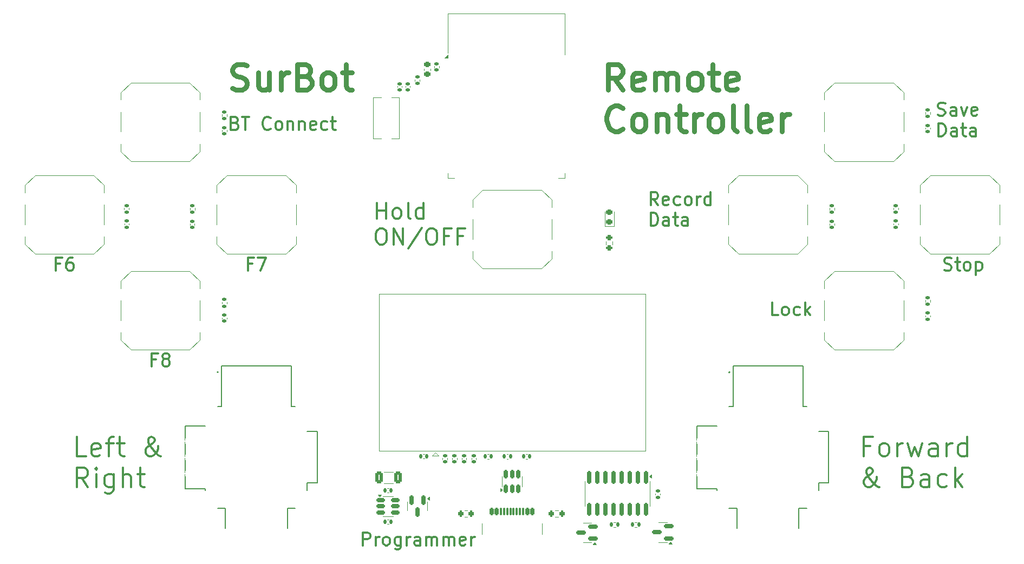
<source format=gbr>
%TF.GenerationSoftware,KiCad,Pcbnew,8.0.5*%
%TF.CreationDate,2025-03-17T19:25:21-04:00*%
%TF.ProjectId,Remote_Controller,52656d6f-7465-45f4-936f-6e74726f6c6c,rev?*%
%TF.SameCoordinates,Original*%
%TF.FileFunction,Legend,Top*%
%TF.FilePolarity,Positive*%
%FSLAX46Y46*%
G04 Gerber Fmt 4.6, Leading zero omitted, Abs format (unit mm)*
G04 Created by KiCad (PCBNEW 8.0.5) date 2025-03-17 19:25:21*
%MOMM*%
%LPD*%
G01*
G04 APERTURE LIST*
G04 Aperture macros list*
%AMRoundRect*
0 Rectangle with rounded corners*
0 $1 Rounding radius*
0 $2 $3 $4 $5 $6 $7 $8 $9 X,Y pos of 4 corners*
0 Add a 4 corners polygon primitive as box body*
4,1,4,$2,$3,$4,$5,$6,$7,$8,$9,$2,$3,0*
0 Add four circle primitives for the rounded corners*
1,1,$1+$1,$2,$3*
1,1,$1+$1,$4,$5*
1,1,$1+$1,$6,$7*
1,1,$1+$1,$8,$9*
0 Add four rect primitives between the rounded corners*
20,1,$1+$1,$2,$3,$4,$5,0*
20,1,$1+$1,$4,$5,$6,$7,0*
20,1,$1+$1,$6,$7,$8,$9,0*
20,1,$1+$1,$8,$9,$2,$3,0*%
G04 Aperture macros list end*
%ADD10C,0.300000*%
%ADD11C,0.375000*%
%ADD12C,0.800000*%
%ADD13C,0.120000*%
%ADD14C,0.127000*%
%ADD15C,0.200000*%
%ADD16RoundRect,0.140000X-0.170000X0.140000X-0.170000X-0.140000X0.170000X-0.140000X0.170000X0.140000X0*%
%ADD17RoundRect,0.140000X0.170000X-0.140000X0.170000X0.140000X-0.170000X0.140000X-0.170000X-0.140000X0*%
%ADD18C,2.000000*%
%ADD19R,2.000000X1.500000*%
%ADD20RoundRect,0.135000X0.185000X-0.135000X0.185000X0.135000X-0.185000X0.135000X-0.185000X-0.135000X0*%
%ADD21RoundRect,0.140000X0.140000X0.170000X-0.140000X0.170000X-0.140000X-0.170000X0.140000X-0.170000X0*%
%ADD22RoundRect,0.135000X0.135000X0.185000X-0.135000X0.185000X-0.135000X-0.185000X0.135000X-0.185000X0*%
%ADD23RoundRect,0.150000X-0.150000X0.587500X-0.150000X-0.587500X0.150000X-0.587500X0.150000X0.587500X0*%
%ADD24RoundRect,0.225000X0.250000X-0.225000X0.250000X0.225000X-0.250000X0.225000X-0.250000X-0.225000X0*%
%ADD25RoundRect,0.150000X-0.512500X-0.150000X0.512500X-0.150000X0.512500X0.150000X-0.512500X0.150000X0*%
%ADD26RoundRect,0.150000X-0.150000X0.825000X-0.150000X-0.825000X0.150000X-0.825000X0.150000X0.825000X0*%
%ADD27R,1.000000X1.250000*%
%ADD28C,1.982000*%
%ADD29C,2.490000*%
%ADD30RoundRect,0.200000X0.200000X0.275000X-0.200000X0.275000X-0.200000X-0.275000X0.200000X-0.275000X0*%
%ADD31C,0.900000*%
%ADD32R,1.100000X1.300000*%
%ADD33O,1.100000X1.300000*%
%ADD34O,2.700000X1.500000*%
%ADD35RoundRect,0.200000X-0.275000X0.200000X-0.275000X-0.200000X0.275000X-0.200000X0.275000X0.200000X0*%
%ADD36C,0.650000*%
%ADD37RoundRect,0.150000X-0.150000X-0.425000X0.150000X-0.425000X0.150000X0.425000X-0.150000X0.425000X0*%
%ADD38RoundRect,0.075000X-0.075000X-0.500000X0.075000X-0.500000X0.075000X0.500000X-0.075000X0.500000X0*%
%ADD39O,1.000000X2.100000*%
%ADD40O,1.000000X1.800000*%
%ADD41RoundRect,0.150000X0.587500X0.150000X-0.587500X0.150000X-0.587500X-0.150000X0.587500X-0.150000X0*%
%ADD42RoundRect,0.140000X-0.140000X-0.170000X0.140000X-0.170000X0.140000X0.170000X-0.140000X0.170000X0*%
%ADD43RoundRect,0.135000X-0.185000X0.135000X-0.185000X-0.135000X0.185000X-0.135000X0.185000X0.135000X0*%
%ADD44RoundRect,0.250000X0.325000X0.650000X-0.325000X0.650000X-0.325000X-0.650000X0.325000X-0.650000X0*%
%ADD45RoundRect,0.135000X-0.135000X-0.185000X0.135000X-0.185000X0.135000X0.185000X-0.135000X0.185000X0*%
%ADD46R,1.500000X0.900000*%
%ADD47R,0.900000X1.500000*%
%ADD48C,0.600000*%
%ADD49R,3.800000X3.800000*%
%ADD50RoundRect,0.218750X0.256250X-0.218750X0.256250X0.218750X-0.256250X0.218750X-0.256250X-0.218750X0*%
%ADD51RoundRect,0.200000X-0.200000X-0.275000X0.200000X-0.275000X0.200000X0.275000X-0.200000X0.275000X0*%
%ADD52RoundRect,0.150000X0.150000X-0.512500X0.150000X0.512500X-0.150000X0.512500X-0.150000X-0.512500X0*%
%ADD53C,2.300000*%
%ADD54R,2.410000X4.020000*%
%ADD55O,2.410000X4.020000*%
G04 APERTURE END LIST*
D10*
X85340225Y-93692019D02*
X84673558Y-93692019D01*
X84673558Y-94739638D02*
X84673558Y-92739638D01*
X84673558Y-92739638D02*
X85625939Y-92739638D01*
X86673558Y-93596780D02*
X86483082Y-93501542D01*
X86483082Y-93501542D02*
X86387844Y-93406304D01*
X86387844Y-93406304D02*
X86292606Y-93215828D01*
X86292606Y-93215828D02*
X86292606Y-93120590D01*
X86292606Y-93120590D02*
X86387844Y-92930114D01*
X86387844Y-92930114D02*
X86483082Y-92834876D01*
X86483082Y-92834876D02*
X86673558Y-92739638D01*
X86673558Y-92739638D02*
X87054511Y-92739638D01*
X87054511Y-92739638D02*
X87244987Y-92834876D01*
X87244987Y-92834876D02*
X87340225Y-92930114D01*
X87340225Y-92930114D02*
X87435463Y-93120590D01*
X87435463Y-93120590D02*
X87435463Y-93215828D01*
X87435463Y-93215828D02*
X87340225Y-93406304D01*
X87340225Y-93406304D02*
X87244987Y-93501542D01*
X87244987Y-93501542D02*
X87054511Y-93596780D01*
X87054511Y-93596780D02*
X86673558Y-93596780D01*
X86673558Y-93596780D02*
X86483082Y-93692019D01*
X86483082Y-93692019D02*
X86387844Y-93787257D01*
X86387844Y-93787257D02*
X86292606Y-93977733D01*
X86292606Y-93977733D02*
X86292606Y-94358685D01*
X86292606Y-94358685D02*
X86387844Y-94549161D01*
X86387844Y-94549161D02*
X86483082Y-94644400D01*
X86483082Y-94644400D02*
X86673558Y-94739638D01*
X86673558Y-94739638D02*
X87054511Y-94739638D01*
X87054511Y-94739638D02*
X87244987Y-94644400D01*
X87244987Y-94644400D02*
X87340225Y-94549161D01*
X87340225Y-94549161D02*
X87435463Y-94358685D01*
X87435463Y-94358685D02*
X87435463Y-93977733D01*
X87435463Y-93977733D02*
X87340225Y-93787257D01*
X87340225Y-93787257D02*
X87244987Y-93692019D01*
X87244987Y-93692019D02*
X87054511Y-93596780D01*
X100340225Y-78692019D02*
X99673558Y-78692019D01*
X99673558Y-79739638D02*
X99673558Y-77739638D01*
X99673558Y-77739638D02*
X100625939Y-77739638D01*
X101197368Y-77739638D02*
X102530701Y-77739638D01*
X102530701Y-77739638D02*
X101673558Y-79739638D01*
X70340225Y-78692019D02*
X69673558Y-78692019D01*
X69673558Y-79739638D02*
X69673558Y-77739638D01*
X69673558Y-77739638D02*
X70625939Y-77739638D01*
X72244987Y-77739638D02*
X71864034Y-77739638D01*
X71864034Y-77739638D02*
X71673558Y-77834876D01*
X71673558Y-77834876D02*
X71578320Y-77930114D01*
X71578320Y-77930114D02*
X71387844Y-78215828D01*
X71387844Y-78215828D02*
X71292606Y-78596780D01*
X71292606Y-78596780D02*
X71292606Y-79358685D01*
X71292606Y-79358685D02*
X71387844Y-79549161D01*
X71387844Y-79549161D02*
X71483082Y-79644400D01*
X71483082Y-79644400D02*
X71673558Y-79739638D01*
X71673558Y-79739638D02*
X72054511Y-79739638D01*
X72054511Y-79739638D02*
X72244987Y-79644400D01*
X72244987Y-79644400D02*
X72340225Y-79549161D01*
X72340225Y-79549161D02*
X72435463Y-79358685D01*
X72435463Y-79358685D02*
X72435463Y-78882495D01*
X72435463Y-78882495D02*
X72340225Y-78692019D01*
X72340225Y-78692019D02*
X72244987Y-78596780D01*
X72244987Y-78596780D02*
X72054511Y-78501542D01*
X72054511Y-78501542D02*
X71673558Y-78501542D01*
X71673558Y-78501542D02*
X71483082Y-78596780D01*
X71483082Y-78596780D02*
X71387844Y-78692019D01*
X71387844Y-78692019D02*
X71292606Y-78882495D01*
X97700225Y-56689855D02*
X97985939Y-56785093D01*
X97985939Y-56785093D02*
X98081177Y-56880331D01*
X98081177Y-56880331D02*
X98176415Y-57070807D01*
X98176415Y-57070807D02*
X98176415Y-57356521D01*
X98176415Y-57356521D02*
X98081177Y-57546997D01*
X98081177Y-57546997D02*
X97985939Y-57642236D01*
X97985939Y-57642236D02*
X97795463Y-57737474D01*
X97795463Y-57737474D02*
X97033558Y-57737474D01*
X97033558Y-57737474D02*
X97033558Y-55737474D01*
X97033558Y-55737474D02*
X97700225Y-55737474D01*
X97700225Y-55737474D02*
X97890701Y-55832712D01*
X97890701Y-55832712D02*
X97985939Y-55927950D01*
X97985939Y-55927950D02*
X98081177Y-56118426D01*
X98081177Y-56118426D02*
X98081177Y-56308902D01*
X98081177Y-56308902D02*
X97985939Y-56499378D01*
X97985939Y-56499378D02*
X97890701Y-56594616D01*
X97890701Y-56594616D02*
X97700225Y-56689855D01*
X97700225Y-56689855D02*
X97033558Y-56689855D01*
X98747844Y-55737474D02*
X99890701Y-55737474D01*
X99319272Y-57737474D02*
X99319272Y-55737474D01*
X103224035Y-57546997D02*
X103128797Y-57642236D01*
X103128797Y-57642236D02*
X102843083Y-57737474D01*
X102843083Y-57737474D02*
X102652607Y-57737474D01*
X102652607Y-57737474D02*
X102366892Y-57642236D01*
X102366892Y-57642236D02*
X102176416Y-57451759D01*
X102176416Y-57451759D02*
X102081178Y-57261283D01*
X102081178Y-57261283D02*
X101985940Y-56880331D01*
X101985940Y-56880331D02*
X101985940Y-56594616D01*
X101985940Y-56594616D02*
X102081178Y-56213664D01*
X102081178Y-56213664D02*
X102176416Y-56023188D01*
X102176416Y-56023188D02*
X102366892Y-55832712D01*
X102366892Y-55832712D02*
X102652607Y-55737474D01*
X102652607Y-55737474D02*
X102843083Y-55737474D01*
X102843083Y-55737474D02*
X103128797Y-55832712D01*
X103128797Y-55832712D02*
X103224035Y-55927950D01*
X104366892Y-57737474D02*
X104176416Y-57642236D01*
X104176416Y-57642236D02*
X104081178Y-57546997D01*
X104081178Y-57546997D02*
X103985940Y-57356521D01*
X103985940Y-57356521D02*
X103985940Y-56785093D01*
X103985940Y-56785093D02*
X104081178Y-56594616D01*
X104081178Y-56594616D02*
X104176416Y-56499378D01*
X104176416Y-56499378D02*
X104366892Y-56404140D01*
X104366892Y-56404140D02*
X104652607Y-56404140D01*
X104652607Y-56404140D02*
X104843083Y-56499378D01*
X104843083Y-56499378D02*
X104938321Y-56594616D01*
X104938321Y-56594616D02*
X105033559Y-56785093D01*
X105033559Y-56785093D02*
X105033559Y-57356521D01*
X105033559Y-57356521D02*
X104938321Y-57546997D01*
X104938321Y-57546997D02*
X104843083Y-57642236D01*
X104843083Y-57642236D02*
X104652607Y-57737474D01*
X104652607Y-57737474D02*
X104366892Y-57737474D01*
X105890702Y-56404140D02*
X105890702Y-57737474D01*
X105890702Y-56594616D02*
X105985940Y-56499378D01*
X105985940Y-56499378D02*
X106176416Y-56404140D01*
X106176416Y-56404140D02*
X106462131Y-56404140D01*
X106462131Y-56404140D02*
X106652607Y-56499378D01*
X106652607Y-56499378D02*
X106747845Y-56689855D01*
X106747845Y-56689855D02*
X106747845Y-57737474D01*
X107700226Y-56404140D02*
X107700226Y-57737474D01*
X107700226Y-56594616D02*
X107795464Y-56499378D01*
X107795464Y-56499378D02*
X107985940Y-56404140D01*
X107985940Y-56404140D02*
X108271655Y-56404140D01*
X108271655Y-56404140D02*
X108462131Y-56499378D01*
X108462131Y-56499378D02*
X108557369Y-56689855D01*
X108557369Y-56689855D02*
X108557369Y-57737474D01*
X110271655Y-57642236D02*
X110081179Y-57737474D01*
X110081179Y-57737474D02*
X109700226Y-57737474D01*
X109700226Y-57737474D02*
X109509750Y-57642236D01*
X109509750Y-57642236D02*
X109414512Y-57451759D01*
X109414512Y-57451759D02*
X109414512Y-56689855D01*
X109414512Y-56689855D02*
X109509750Y-56499378D01*
X109509750Y-56499378D02*
X109700226Y-56404140D01*
X109700226Y-56404140D02*
X110081179Y-56404140D01*
X110081179Y-56404140D02*
X110271655Y-56499378D01*
X110271655Y-56499378D02*
X110366893Y-56689855D01*
X110366893Y-56689855D02*
X110366893Y-56880331D01*
X110366893Y-56880331D02*
X109414512Y-57070807D01*
X112081179Y-57642236D02*
X111890703Y-57737474D01*
X111890703Y-57737474D02*
X111509750Y-57737474D01*
X111509750Y-57737474D02*
X111319274Y-57642236D01*
X111319274Y-57642236D02*
X111224036Y-57546997D01*
X111224036Y-57546997D02*
X111128798Y-57356521D01*
X111128798Y-57356521D02*
X111128798Y-56785093D01*
X111128798Y-56785093D02*
X111224036Y-56594616D01*
X111224036Y-56594616D02*
X111319274Y-56499378D01*
X111319274Y-56499378D02*
X111509750Y-56404140D01*
X111509750Y-56404140D02*
X111890703Y-56404140D01*
X111890703Y-56404140D02*
X112081179Y-56499378D01*
X112652608Y-56404140D02*
X113414512Y-56404140D01*
X112938322Y-55737474D02*
X112938322Y-57451759D01*
X112938322Y-57451759D02*
X113033560Y-57642236D01*
X113033560Y-57642236D02*
X113224036Y-57737474D01*
X113224036Y-57737474D02*
X113414512Y-57737474D01*
X163816415Y-69519750D02*
X163149748Y-68567369D01*
X162673558Y-69519750D02*
X162673558Y-67519750D01*
X162673558Y-67519750D02*
X163435463Y-67519750D01*
X163435463Y-67519750D02*
X163625939Y-67614988D01*
X163625939Y-67614988D02*
X163721177Y-67710226D01*
X163721177Y-67710226D02*
X163816415Y-67900702D01*
X163816415Y-67900702D02*
X163816415Y-68186416D01*
X163816415Y-68186416D02*
X163721177Y-68376892D01*
X163721177Y-68376892D02*
X163625939Y-68472131D01*
X163625939Y-68472131D02*
X163435463Y-68567369D01*
X163435463Y-68567369D02*
X162673558Y-68567369D01*
X165435463Y-69424512D02*
X165244987Y-69519750D01*
X165244987Y-69519750D02*
X164864034Y-69519750D01*
X164864034Y-69519750D02*
X164673558Y-69424512D01*
X164673558Y-69424512D02*
X164578320Y-69234035D01*
X164578320Y-69234035D02*
X164578320Y-68472131D01*
X164578320Y-68472131D02*
X164673558Y-68281654D01*
X164673558Y-68281654D02*
X164864034Y-68186416D01*
X164864034Y-68186416D02*
X165244987Y-68186416D01*
X165244987Y-68186416D02*
X165435463Y-68281654D01*
X165435463Y-68281654D02*
X165530701Y-68472131D01*
X165530701Y-68472131D02*
X165530701Y-68662607D01*
X165530701Y-68662607D02*
X164578320Y-68853083D01*
X167244987Y-69424512D02*
X167054511Y-69519750D01*
X167054511Y-69519750D02*
X166673558Y-69519750D01*
X166673558Y-69519750D02*
X166483082Y-69424512D01*
X166483082Y-69424512D02*
X166387844Y-69329273D01*
X166387844Y-69329273D02*
X166292606Y-69138797D01*
X166292606Y-69138797D02*
X166292606Y-68567369D01*
X166292606Y-68567369D02*
X166387844Y-68376892D01*
X166387844Y-68376892D02*
X166483082Y-68281654D01*
X166483082Y-68281654D02*
X166673558Y-68186416D01*
X166673558Y-68186416D02*
X167054511Y-68186416D01*
X167054511Y-68186416D02*
X167244987Y-68281654D01*
X168387844Y-69519750D02*
X168197368Y-69424512D01*
X168197368Y-69424512D02*
X168102130Y-69329273D01*
X168102130Y-69329273D02*
X168006892Y-69138797D01*
X168006892Y-69138797D02*
X168006892Y-68567369D01*
X168006892Y-68567369D02*
X168102130Y-68376892D01*
X168102130Y-68376892D02*
X168197368Y-68281654D01*
X168197368Y-68281654D02*
X168387844Y-68186416D01*
X168387844Y-68186416D02*
X168673559Y-68186416D01*
X168673559Y-68186416D02*
X168864035Y-68281654D01*
X168864035Y-68281654D02*
X168959273Y-68376892D01*
X168959273Y-68376892D02*
X169054511Y-68567369D01*
X169054511Y-68567369D02*
X169054511Y-69138797D01*
X169054511Y-69138797D02*
X168959273Y-69329273D01*
X168959273Y-69329273D02*
X168864035Y-69424512D01*
X168864035Y-69424512D02*
X168673559Y-69519750D01*
X168673559Y-69519750D02*
X168387844Y-69519750D01*
X169911654Y-69519750D02*
X169911654Y-68186416D01*
X169911654Y-68567369D02*
X170006892Y-68376892D01*
X170006892Y-68376892D02*
X170102130Y-68281654D01*
X170102130Y-68281654D02*
X170292606Y-68186416D01*
X170292606Y-68186416D02*
X170483083Y-68186416D01*
X172006892Y-69519750D02*
X172006892Y-67519750D01*
X172006892Y-69424512D02*
X171816416Y-69519750D01*
X171816416Y-69519750D02*
X171435463Y-69519750D01*
X171435463Y-69519750D02*
X171244987Y-69424512D01*
X171244987Y-69424512D02*
X171149749Y-69329273D01*
X171149749Y-69329273D02*
X171054511Y-69138797D01*
X171054511Y-69138797D02*
X171054511Y-68567369D01*
X171054511Y-68567369D02*
X171149749Y-68376892D01*
X171149749Y-68376892D02*
X171244987Y-68281654D01*
X171244987Y-68281654D02*
X171435463Y-68186416D01*
X171435463Y-68186416D02*
X171816416Y-68186416D01*
X171816416Y-68186416D02*
X172006892Y-68281654D01*
X162673558Y-72739638D02*
X162673558Y-70739638D01*
X162673558Y-70739638D02*
X163149748Y-70739638D01*
X163149748Y-70739638D02*
X163435463Y-70834876D01*
X163435463Y-70834876D02*
X163625939Y-71025352D01*
X163625939Y-71025352D02*
X163721177Y-71215828D01*
X163721177Y-71215828D02*
X163816415Y-71596780D01*
X163816415Y-71596780D02*
X163816415Y-71882495D01*
X163816415Y-71882495D02*
X163721177Y-72263447D01*
X163721177Y-72263447D02*
X163625939Y-72453923D01*
X163625939Y-72453923D02*
X163435463Y-72644400D01*
X163435463Y-72644400D02*
X163149748Y-72739638D01*
X163149748Y-72739638D02*
X162673558Y-72739638D01*
X165530701Y-72739638D02*
X165530701Y-71692019D01*
X165530701Y-71692019D02*
X165435463Y-71501542D01*
X165435463Y-71501542D02*
X165244987Y-71406304D01*
X165244987Y-71406304D02*
X164864034Y-71406304D01*
X164864034Y-71406304D02*
X164673558Y-71501542D01*
X165530701Y-72644400D02*
X165340225Y-72739638D01*
X165340225Y-72739638D02*
X164864034Y-72739638D01*
X164864034Y-72739638D02*
X164673558Y-72644400D01*
X164673558Y-72644400D02*
X164578320Y-72453923D01*
X164578320Y-72453923D02*
X164578320Y-72263447D01*
X164578320Y-72263447D02*
X164673558Y-72072971D01*
X164673558Y-72072971D02*
X164864034Y-71977733D01*
X164864034Y-71977733D02*
X165340225Y-71977733D01*
X165340225Y-71977733D02*
X165530701Y-71882495D01*
X166197368Y-71406304D02*
X166959272Y-71406304D01*
X166483082Y-70739638D02*
X166483082Y-72453923D01*
X166483082Y-72453923D02*
X166578320Y-72644400D01*
X166578320Y-72644400D02*
X166768796Y-72739638D01*
X166768796Y-72739638D02*
X166959272Y-72739638D01*
X168483082Y-72739638D02*
X168483082Y-71692019D01*
X168483082Y-71692019D02*
X168387844Y-71501542D01*
X168387844Y-71501542D02*
X168197368Y-71406304D01*
X168197368Y-71406304D02*
X167816415Y-71406304D01*
X167816415Y-71406304D02*
X167625939Y-71501542D01*
X168483082Y-72644400D02*
X168292606Y-72739638D01*
X168292606Y-72739638D02*
X167816415Y-72739638D01*
X167816415Y-72739638D02*
X167625939Y-72644400D01*
X167625939Y-72644400D02*
X167530701Y-72453923D01*
X167530701Y-72453923D02*
X167530701Y-72263447D01*
X167530701Y-72263447D02*
X167625939Y-72072971D01*
X167625939Y-72072971D02*
X167816415Y-71977733D01*
X167816415Y-71977733D02*
X168292606Y-71977733D01*
X168292606Y-71977733D02*
X168483082Y-71882495D01*
X182625939Y-86739638D02*
X181673558Y-86739638D01*
X181673558Y-86739638D02*
X181673558Y-84739638D01*
X183578320Y-86739638D02*
X183387844Y-86644400D01*
X183387844Y-86644400D02*
X183292606Y-86549161D01*
X183292606Y-86549161D02*
X183197368Y-86358685D01*
X183197368Y-86358685D02*
X183197368Y-85787257D01*
X183197368Y-85787257D02*
X183292606Y-85596780D01*
X183292606Y-85596780D02*
X183387844Y-85501542D01*
X183387844Y-85501542D02*
X183578320Y-85406304D01*
X183578320Y-85406304D02*
X183864035Y-85406304D01*
X183864035Y-85406304D02*
X184054511Y-85501542D01*
X184054511Y-85501542D02*
X184149749Y-85596780D01*
X184149749Y-85596780D02*
X184244987Y-85787257D01*
X184244987Y-85787257D02*
X184244987Y-86358685D01*
X184244987Y-86358685D02*
X184149749Y-86549161D01*
X184149749Y-86549161D02*
X184054511Y-86644400D01*
X184054511Y-86644400D02*
X183864035Y-86739638D01*
X183864035Y-86739638D02*
X183578320Y-86739638D01*
X185959273Y-86644400D02*
X185768797Y-86739638D01*
X185768797Y-86739638D02*
X185387844Y-86739638D01*
X185387844Y-86739638D02*
X185197368Y-86644400D01*
X185197368Y-86644400D02*
X185102130Y-86549161D01*
X185102130Y-86549161D02*
X185006892Y-86358685D01*
X185006892Y-86358685D02*
X185006892Y-85787257D01*
X185006892Y-85787257D02*
X185102130Y-85596780D01*
X185102130Y-85596780D02*
X185197368Y-85501542D01*
X185197368Y-85501542D02*
X185387844Y-85406304D01*
X185387844Y-85406304D02*
X185768797Y-85406304D01*
X185768797Y-85406304D02*
X185959273Y-85501542D01*
X186816416Y-86739638D02*
X186816416Y-84739638D01*
X187006892Y-85977733D02*
X187578321Y-86739638D01*
X187578321Y-85406304D02*
X186816416Y-86168209D01*
X208578320Y-79644400D02*
X208864034Y-79739638D01*
X208864034Y-79739638D02*
X209340225Y-79739638D01*
X209340225Y-79739638D02*
X209530701Y-79644400D01*
X209530701Y-79644400D02*
X209625939Y-79549161D01*
X209625939Y-79549161D02*
X209721177Y-79358685D01*
X209721177Y-79358685D02*
X209721177Y-79168209D01*
X209721177Y-79168209D02*
X209625939Y-78977733D01*
X209625939Y-78977733D02*
X209530701Y-78882495D01*
X209530701Y-78882495D02*
X209340225Y-78787257D01*
X209340225Y-78787257D02*
X208959272Y-78692019D01*
X208959272Y-78692019D02*
X208768796Y-78596780D01*
X208768796Y-78596780D02*
X208673558Y-78501542D01*
X208673558Y-78501542D02*
X208578320Y-78311066D01*
X208578320Y-78311066D02*
X208578320Y-78120590D01*
X208578320Y-78120590D02*
X208673558Y-77930114D01*
X208673558Y-77930114D02*
X208768796Y-77834876D01*
X208768796Y-77834876D02*
X208959272Y-77739638D01*
X208959272Y-77739638D02*
X209435463Y-77739638D01*
X209435463Y-77739638D02*
X209721177Y-77834876D01*
X210292606Y-78406304D02*
X211054510Y-78406304D01*
X210578320Y-77739638D02*
X210578320Y-79453923D01*
X210578320Y-79453923D02*
X210673558Y-79644400D01*
X210673558Y-79644400D02*
X210864034Y-79739638D01*
X210864034Y-79739638D02*
X211054510Y-79739638D01*
X212006891Y-79739638D02*
X211816415Y-79644400D01*
X211816415Y-79644400D02*
X211721177Y-79549161D01*
X211721177Y-79549161D02*
X211625939Y-79358685D01*
X211625939Y-79358685D02*
X211625939Y-78787257D01*
X211625939Y-78787257D02*
X211721177Y-78596780D01*
X211721177Y-78596780D02*
X211816415Y-78501542D01*
X211816415Y-78501542D02*
X212006891Y-78406304D01*
X212006891Y-78406304D02*
X212292606Y-78406304D01*
X212292606Y-78406304D02*
X212483082Y-78501542D01*
X212483082Y-78501542D02*
X212578320Y-78596780D01*
X212578320Y-78596780D02*
X212673558Y-78787257D01*
X212673558Y-78787257D02*
X212673558Y-79358685D01*
X212673558Y-79358685D02*
X212578320Y-79549161D01*
X212578320Y-79549161D02*
X212483082Y-79644400D01*
X212483082Y-79644400D02*
X212292606Y-79739638D01*
X212292606Y-79739638D02*
X212006891Y-79739638D01*
X213530701Y-78406304D02*
X213530701Y-80406304D01*
X213530701Y-78501542D02*
X213721177Y-78406304D01*
X213721177Y-78406304D02*
X214102130Y-78406304D01*
X214102130Y-78406304D02*
X214292606Y-78501542D01*
X214292606Y-78501542D02*
X214387844Y-78596780D01*
X214387844Y-78596780D02*
X214483082Y-78787257D01*
X214483082Y-78787257D02*
X214483082Y-79358685D01*
X214483082Y-79358685D02*
X214387844Y-79549161D01*
X214387844Y-79549161D02*
X214292606Y-79644400D01*
X214292606Y-79644400D02*
X214102130Y-79739638D01*
X214102130Y-79739638D02*
X213721177Y-79739638D01*
X213721177Y-79739638D02*
X213530701Y-79644400D01*
X207578320Y-55424512D02*
X207864034Y-55519750D01*
X207864034Y-55519750D02*
X208340225Y-55519750D01*
X208340225Y-55519750D02*
X208530701Y-55424512D01*
X208530701Y-55424512D02*
X208625939Y-55329273D01*
X208625939Y-55329273D02*
X208721177Y-55138797D01*
X208721177Y-55138797D02*
X208721177Y-54948321D01*
X208721177Y-54948321D02*
X208625939Y-54757845D01*
X208625939Y-54757845D02*
X208530701Y-54662607D01*
X208530701Y-54662607D02*
X208340225Y-54567369D01*
X208340225Y-54567369D02*
X207959272Y-54472131D01*
X207959272Y-54472131D02*
X207768796Y-54376892D01*
X207768796Y-54376892D02*
X207673558Y-54281654D01*
X207673558Y-54281654D02*
X207578320Y-54091178D01*
X207578320Y-54091178D02*
X207578320Y-53900702D01*
X207578320Y-53900702D02*
X207673558Y-53710226D01*
X207673558Y-53710226D02*
X207768796Y-53614988D01*
X207768796Y-53614988D02*
X207959272Y-53519750D01*
X207959272Y-53519750D02*
X208435463Y-53519750D01*
X208435463Y-53519750D02*
X208721177Y-53614988D01*
X210435463Y-55519750D02*
X210435463Y-54472131D01*
X210435463Y-54472131D02*
X210340225Y-54281654D01*
X210340225Y-54281654D02*
X210149749Y-54186416D01*
X210149749Y-54186416D02*
X209768796Y-54186416D01*
X209768796Y-54186416D02*
X209578320Y-54281654D01*
X210435463Y-55424512D02*
X210244987Y-55519750D01*
X210244987Y-55519750D02*
X209768796Y-55519750D01*
X209768796Y-55519750D02*
X209578320Y-55424512D01*
X209578320Y-55424512D02*
X209483082Y-55234035D01*
X209483082Y-55234035D02*
X209483082Y-55043559D01*
X209483082Y-55043559D02*
X209578320Y-54853083D01*
X209578320Y-54853083D02*
X209768796Y-54757845D01*
X209768796Y-54757845D02*
X210244987Y-54757845D01*
X210244987Y-54757845D02*
X210435463Y-54662607D01*
X211197368Y-54186416D02*
X211673558Y-55519750D01*
X211673558Y-55519750D02*
X212149749Y-54186416D01*
X213673559Y-55424512D02*
X213483083Y-55519750D01*
X213483083Y-55519750D02*
X213102130Y-55519750D01*
X213102130Y-55519750D02*
X212911654Y-55424512D01*
X212911654Y-55424512D02*
X212816416Y-55234035D01*
X212816416Y-55234035D02*
X212816416Y-54472131D01*
X212816416Y-54472131D02*
X212911654Y-54281654D01*
X212911654Y-54281654D02*
X213102130Y-54186416D01*
X213102130Y-54186416D02*
X213483083Y-54186416D01*
X213483083Y-54186416D02*
X213673559Y-54281654D01*
X213673559Y-54281654D02*
X213768797Y-54472131D01*
X213768797Y-54472131D02*
X213768797Y-54662607D01*
X213768797Y-54662607D02*
X212816416Y-54853083D01*
X207673558Y-58739638D02*
X207673558Y-56739638D01*
X207673558Y-56739638D02*
X208149748Y-56739638D01*
X208149748Y-56739638D02*
X208435463Y-56834876D01*
X208435463Y-56834876D02*
X208625939Y-57025352D01*
X208625939Y-57025352D02*
X208721177Y-57215828D01*
X208721177Y-57215828D02*
X208816415Y-57596780D01*
X208816415Y-57596780D02*
X208816415Y-57882495D01*
X208816415Y-57882495D02*
X208721177Y-58263447D01*
X208721177Y-58263447D02*
X208625939Y-58453923D01*
X208625939Y-58453923D02*
X208435463Y-58644400D01*
X208435463Y-58644400D02*
X208149748Y-58739638D01*
X208149748Y-58739638D02*
X207673558Y-58739638D01*
X210530701Y-58739638D02*
X210530701Y-57692019D01*
X210530701Y-57692019D02*
X210435463Y-57501542D01*
X210435463Y-57501542D02*
X210244987Y-57406304D01*
X210244987Y-57406304D02*
X209864034Y-57406304D01*
X209864034Y-57406304D02*
X209673558Y-57501542D01*
X210530701Y-58644400D02*
X210340225Y-58739638D01*
X210340225Y-58739638D02*
X209864034Y-58739638D01*
X209864034Y-58739638D02*
X209673558Y-58644400D01*
X209673558Y-58644400D02*
X209578320Y-58453923D01*
X209578320Y-58453923D02*
X209578320Y-58263447D01*
X209578320Y-58263447D02*
X209673558Y-58072971D01*
X209673558Y-58072971D02*
X209864034Y-57977733D01*
X209864034Y-57977733D02*
X210340225Y-57977733D01*
X210340225Y-57977733D02*
X210530701Y-57882495D01*
X211197368Y-57406304D02*
X211959272Y-57406304D01*
X211483082Y-56739638D02*
X211483082Y-58453923D01*
X211483082Y-58453923D02*
X211578320Y-58644400D01*
X211578320Y-58644400D02*
X211768796Y-58739638D01*
X211768796Y-58739638D02*
X211959272Y-58739638D01*
X213483082Y-58739638D02*
X213483082Y-57692019D01*
X213483082Y-57692019D02*
X213387844Y-57501542D01*
X213387844Y-57501542D02*
X213197368Y-57406304D01*
X213197368Y-57406304D02*
X212816415Y-57406304D01*
X212816415Y-57406304D02*
X212625939Y-57501542D01*
X213483082Y-58644400D02*
X213292606Y-58739638D01*
X213292606Y-58739638D02*
X212816415Y-58739638D01*
X212816415Y-58739638D02*
X212625939Y-58644400D01*
X212625939Y-58644400D02*
X212530701Y-58453923D01*
X212530701Y-58453923D02*
X212530701Y-58263447D01*
X212530701Y-58263447D02*
X212625939Y-58072971D01*
X212625939Y-58072971D02*
X212816415Y-57977733D01*
X212816415Y-57977733D02*
X213292606Y-57977733D01*
X213292606Y-57977733D02*
X213483082Y-57882495D01*
X117673558Y-122739638D02*
X117673558Y-120739638D01*
X117673558Y-120739638D02*
X118435463Y-120739638D01*
X118435463Y-120739638D02*
X118625939Y-120834876D01*
X118625939Y-120834876D02*
X118721177Y-120930114D01*
X118721177Y-120930114D02*
X118816415Y-121120590D01*
X118816415Y-121120590D02*
X118816415Y-121406304D01*
X118816415Y-121406304D02*
X118721177Y-121596780D01*
X118721177Y-121596780D02*
X118625939Y-121692019D01*
X118625939Y-121692019D02*
X118435463Y-121787257D01*
X118435463Y-121787257D02*
X117673558Y-121787257D01*
X119673558Y-122739638D02*
X119673558Y-121406304D01*
X119673558Y-121787257D02*
X119768796Y-121596780D01*
X119768796Y-121596780D02*
X119864034Y-121501542D01*
X119864034Y-121501542D02*
X120054510Y-121406304D01*
X120054510Y-121406304D02*
X120244987Y-121406304D01*
X121197367Y-122739638D02*
X121006891Y-122644400D01*
X121006891Y-122644400D02*
X120911653Y-122549161D01*
X120911653Y-122549161D02*
X120816415Y-122358685D01*
X120816415Y-122358685D02*
X120816415Y-121787257D01*
X120816415Y-121787257D02*
X120911653Y-121596780D01*
X120911653Y-121596780D02*
X121006891Y-121501542D01*
X121006891Y-121501542D02*
X121197367Y-121406304D01*
X121197367Y-121406304D02*
X121483082Y-121406304D01*
X121483082Y-121406304D02*
X121673558Y-121501542D01*
X121673558Y-121501542D02*
X121768796Y-121596780D01*
X121768796Y-121596780D02*
X121864034Y-121787257D01*
X121864034Y-121787257D02*
X121864034Y-122358685D01*
X121864034Y-122358685D02*
X121768796Y-122549161D01*
X121768796Y-122549161D02*
X121673558Y-122644400D01*
X121673558Y-122644400D02*
X121483082Y-122739638D01*
X121483082Y-122739638D02*
X121197367Y-122739638D01*
X123578320Y-121406304D02*
X123578320Y-123025352D01*
X123578320Y-123025352D02*
X123483082Y-123215828D01*
X123483082Y-123215828D02*
X123387844Y-123311066D01*
X123387844Y-123311066D02*
X123197367Y-123406304D01*
X123197367Y-123406304D02*
X122911653Y-123406304D01*
X122911653Y-123406304D02*
X122721177Y-123311066D01*
X123578320Y-122644400D02*
X123387844Y-122739638D01*
X123387844Y-122739638D02*
X123006891Y-122739638D01*
X123006891Y-122739638D02*
X122816415Y-122644400D01*
X122816415Y-122644400D02*
X122721177Y-122549161D01*
X122721177Y-122549161D02*
X122625939Y-122358685D01*
X122625939Y-122358685D02*
X122625939Y-121787257D01*
X122625939Y-121787257D02*
X122721177Y-121596780D01*
X122721177Y-121596780D02*
X122816415Y-121501542D01*
X122816415Y-121501542D02*
X123006891Y-121406304D01*
X123006891Y-121406304D02*
X123387844Y-121406304D01*
X123387844Y-121406304D02*
X123578320Y-121501542D01*
X124530701Y-122739638D02*
X124530701Y-121406304D01*
X124530701Y-121787257D02*
X124625939Y-121596780D01*
X124625939Y-121596780D02*
X124721177Y-121501542D01*
X124721177Y-121501542D02*
X124911653Y-121406304D01*
X124911653Y-121406304D02*
X125102130Y-121406304D01*
X126625939Y-122739638D02*
X126625939Y-121692019D01*
X126625939Y-121692019D02*
X126530701Y-121501542D01*
X126530701Y-121501542D02*
X126340225Y-121406304D01*
X126340225Y-121406304D02*
X125959272Y-121406304D01*
X125959272Y-121406304D02*
X125768796Y-121501542D01*
X126625939Y-122644400D02*
X126435463Y-122739638D01*
X126435463Y-122739638D02*
X125959272Y-122739638D01*
X125959272Y-122739638D02*
X125768796Y-122644400D01*
X125768796Y-122644400D02*
X125673558Y-122453923D01*
X125673558Y-122453923D02*
X125673558Y-122263447D01*
X125673558Y-122263447D02*
X125768796Y-122072971D01*
X125768796Y-122072971D02*
X125959272Y-121977733D01*
X125959272Y-121977733D02*
X126435463Y-121977733D01*
X126435463Y-121977733D02*
X126625939Y-121882495D01*
X127578320Y-122739638D02*
X127578320Y-121406304D01*
X127578320Y-121596780D02*
X127673558Y-121501542D01*
X127673558Y-121501542D02*
X127864034Y-121406304D01*
X127864034Y-121406304D02*
X128149749Y-121406304D01*
X128149749Y-121406304D02*
X128340225Y-121501542D01*
X128340225Y-121501542D02*
X128435463Y-121692019D01*
X128435463Y-121692019D02*
X128435463Y-122739638D01*
X128435463Y-121692019D02*
X128530701Y-121501542D01*
X128530701Y-121501542D02*
X128721177Y-121406304D01*
X128721177Y-121406304D02*
X129006891Y-121406304D01*
X129006891Y-121406304D02*
X129197368Y-121501542D01*
X129197368Y-121501542D02*
X129292606Y-121692019D01*
X129292606Y-121692019D02*
X129292606Y-122739638D01*
X130244987Y-122739638D02*
X130244987Y-121406304D01*
X130244987Y-121596780D02*
X130340225Y-121501542D01*
X130340225Y-121501542D02*
X130530701Y-121406304D01*
X130530701Y-121406304D02*
X130816416Y-121406304D01*
X130816416Y-121406304D02*
X131006892Y-121501542D01*
X131006892Y-121501542D02*
X131102130Y-121692019D01*
X131102130Y-121692019D02*
X131102130Y-122739638D01*
X131102130Y-121692019D02*
X131197368Y-121501542D01*
X131197368Y-121501542D02*
X131387844Y-121406304D01*
X131387844Y-121406304D02*
X131673558Y-121406304D01*
X131673558Y-121406304D02*
X131864035Y-121501542D01*
X131864035Y-121501542D02*
X131959273Y-121692019D01*
X131959273Y-121692019D02*
X131959273Y-122739638D01*
X133673559Y-122644400D02*
X133483083Y-122739638D01*
X133483083Y-122739638D02*
X133102130Y-122739638D01*
X133102130Y-122739638D02*
X132911654Y-122644400D01*
X132911654Y-122644400D02*
X132816416Y-122453923D01*
X132816416Y-122453923D02*
X132816416Y-121692019D01*
X132816416Y-121692019D02*
X132911654Y-121501542D01*
X132911654Y-121501542D02*
X133102130Y-121406304D01*
X133102130Y-121406304D02*
X133483083Y-121406304D01*
X133483083Y-121406304D02*
X133673559Y-121501542D01*
X133673559Y-121501542D02*
X133768797Y-121692019D01*
X133768797Y-121692019D02*
X133768797Y-121882495D01*
X133768797Y-121882495D02*
X132816416Y-122072971D01*
X134625940Y-122739638D02*
X134625940Y-121406304D01*
X134625940Y-121787257D02*
X134721178Y-121596780D01*
X134721178Y-121596780D02*
X134816416Y-121501542D01*
X134816416Y-121501542D02*
X135006892Y-121406304D01*
X135006892Y-121406304D02*
X135197369Y-121406304D01*
D11*
X119841948Y-71649687D02*
X119841948Y-69149687D01*
X119841948Y-70340163D02*
X121270519Y-70340163D01*
X121270519Y-71649687D02*
X121270519Y-69149687D01*
X122818138Y-71649687D02*
X122580043Y-71530640D01*
X122580043Y-71530640D02*
X122460996Y-71411592D01*
X122460996Y-71411592D02*
X122341948Y-71173497D01*
X122341948Y-71173497D02*
X122341948Y-70459211D01*
X122341948Y-70459211D02*
X122460996Y-70221116D01*
X122460996Y-70221116D02*
X122580043Y-70102068D01*
X122580043Y-70102068D02*
X122818138Y-69983020D01*
X122818138Y-69983020D02*
X123175281Y-69983020D01*
X123175281Y-69983020D02*
X123413377Y-70102068D01*
X123413377Y-70102068D02*
X123532424Y-70221116D01*
X123532424Y-70221116D02*
X123651472Y-70459211D01*
X123651472Y-70459211D02*
X123651472Y-71173497D01*
X123651472Y-71173497D02*
X123532424Y-71411592D01*
X123532424Y-71411592D02*
X123413377Y-71530640D01*
X123413377Y-71530640D02*
X123175281Y-71649687D01*
X123175281Y-71649687D02*
X122818138Y-71649687D01*
X125080043Y-71649687D02*
X124841948Y-71530640D01*
X124841948Y-71530640D02*
X124722901Y-71292544D01*
X124722901Y-71292544D02*
X124722901Y-69149687D01*
X127103853Y-71649687D02*
X127103853Y-69149687D01*
X127103853Y-71530640D02*
X126865758Y-71649687D01*
X126865758Y-71649687D02*
X126389567Y-71649687D01*
X126389567Y-71649687D02*
X126151472Y-71530640D01*
X126151472Y-71530640D02*
X126032425Y-71411592D01*
X126032425Y-71411592D02*
X125913377Y-71173497D01*
X125913377Y-71173497D02*
X125913377Y-70459211D01*
X125913377Y-70459211D02*
X126032425Y-70221116D01*
X126032425Y-70221116D02*
X126151472Y-70102068D01*
X126151472Y-70102068D02*
X126389567Y-69983020D01*
X126389567Y-69983020D02*
X126865758Y-69983020D01*
X126865758Y-69983020D02*
X127103853Y-70102068D01*
X120318138Y-73174547D02*
X120794329Y-73174547D01*
X120794329Y-73174547D02*
X121032424Y-73293595D01*
X121032424Y-73293595D02*
X121270519Y-73531690D01*
X121270519Y-73531690D02*
X121389567Y-74007880D01*
X121389567Y-74007880D02*
X121389567Y-74841214D01*
X121389567Y-74841214D02*
X121270519Y-75317404D01*
X121270519Y-75317404D02*
X121032424Y-75555500D01*
X121032424Y-75555500D02*
X120794329Y-75674547D01*
X120794329Y-75674547D02*
X120318138Y-75674547D01*
X120318138Y-75674547D02*
X120080043Y-75555500D01*
X120080043Y-75555500D02*
X119841948Y-75317404D01*
X119841948Y-75317404D02*
X119722900Y-74841214D01*
X119722900Y-74841214D02*
X119722900Y-74007880D01*
X119722900Y-74007880D02*
X119841948Y-73531690D01*
X119841948Y-73531690D02*
X120080043Y-73293595D01*
X120080043Y-73293595D02*
X120318138Y-73174547D01*
X122460996Y-75674547D02*
X122460996Y-73174547D01*
X122460996Y-73174547D02*
X123889567Y-75674547D01*
X123889567Y-75674547D02*
X123889567Y-73174547D01*
X126865758Y-73055500D02*
X124722901Y-76269785D01*
X128175282Y-73174547D02*
X128651473Y-73174547D01*
X128651473Y-73174547D02*
X128889568Y-73293595D01*
X128889568Y-73293595D02*
X129127663Y-73531690D01*
X129127663Y-73531690D02*
X129246711Y-74007880D01*
X129246711Y-74007880D02*
X129246711Y-74841214D01*
X129246711Y-74841214D02*
X129127663Y-75317404D01*
X129127663Y-75317404D02*
X128889568Y-75555500D01*
X128889568Y-75555500D02*
X128651473Y-75674547D01*
X128651473Y-75674547D02*
X128175282Y-75674547D01*
X128175282Y-75674547D02*
X127937187Y-75555500D01*
X127937187Y-75555500D02*
X127699092Y-75317404D01*
X127699092Y-75317404D02*
X127580044Y-74841214D01*
X127580044Y-74841214D02*
X127580044Y-74007880D01*
X127580044Y-74007880D02*
X127699092Y-73531690D01*
X127699092Y-73531690D02*
X127937187Y-73293595D01*
X127937187Y-73293595D02*
X128175282Y-73174547D01*
X131151473Y-74365023D02*
X130318140Y-74365023D01*
X130318140Y-75674547D02*
X130318140Y-73174547D01*
X130318140Y-73174547D02*
X131508616Y-73174547D01*
X133294330Y-74365023D02*
X132460997Y-74365023D01*
X132460997Y-75674547D02*
X132460997Y-73174547D01*
X132460997Y-73174547D02*
X133651473Y-73174547D01*
X74389567Y-108783525D02*
X72960995Y-108783525D01*
X72960995Y-108783525D02*
X72960995Y-105783525D01*
X76532423Y-108640668D02*
X76246709Y-108783525D01*
X76246709Y-108783525D02*
X75675281Y-108783525D01*
X75675281Y-108783525D02*
X75389566Y-108640668D01*
X75389566Y-108640668D02*
X75246709Y-108354953D01*
X75246709Y-108354953D02*
X75246709Y-107212096D01*
X75246709Y-107212096D02*
X75389566Y-106926382D01*
X75389566Y-106926382D02*
X75675281Y-106783525D01*
X75675281Y-106783525D02*
X76246709Y-106783525D01*
X76246709Y-106783525D02*
X76532423Y-106926382D01*
X76532423Y-106926382D02*
X76675281Y-107212096D01*
X76675281Y-107212096D02*
X76675281Y-107497810D01*
X76675281Y-107497810D02*
X75246709Y-107783525D01*
X77532424Y-106783525D02*
X78675281Y-106783525D01*
X77960995Y-108783525D02*
X77960995Y-106212096D01*
X77960995Y-106212096D02*
X78103852Y-105926382D01*
X78103852Y-105926382D02*
X78389567Y-105783525D01*
X78389567Y-105783525D02*
X78675281Y-105783525D01*
X79246710Y-106783525D02*
X80389567Y-106783525D01*
X79675281Y-105783525D02*
X79675281Y-108354953D01*
X79675281Y-108354953D02*
X79818138Y-108640668D01*
X79818138Y-108640668D02*
X80103853Y-108783525D01*
X80103853Y-108783525D02*
X80389567Y-108783525D01*
X86103853Y-108783525D02*
X85960996Y-108783525D01*
X85960996Y-108783525D02*
X85675281Y-108640668D01*
X85675281Y-108640668D02*
X85246710Y-108212096D01*
X85246710Y-108212096D02*
X84532424Y-107354953D01*
X84532424Y-107354953D02*
X84246710Y-106926382D01*
X84246710Y-106926382D02*
X84103853Y-106497810D01*
X84103853Y-106497810D02*
X84103853Y-106212096D01*
X84103853Y-106212096D02*
X84246710Y-105926382D01*
X84246710Y-105926382D02*
X84532424Y-105783525D01*
X84532424Y-105783525D02*
X84675281Y-105783525D01*
X84675281Y-105783525D02*
X84960996Y-105926382D01*
X84960996Y-105926382D02*
X85103853Y-106212096D01*
X85103853Y-106212096D02*
X85103853Y-106354953D01*
X85103853Y-106354953D02*
X84960996Y-106640668D01*
X84960996Y-106640668D02*
X84818138Y-106783525D01*
X84818138Y-106783525D02*
X83960996Y-107354953D01*
X83960996Y-107354953D02*
X83818138Y-107497810D01*
X83818138Y-107497810D02*
X83675281Y-107783525D01*
X83675281Y-107783525D02*
X83675281Y-108212096D01*
X83675281Y-108212096D02*
X83818138Y-108497810D01*
X83818138Y-108497810D02*
X83960996Y-108640668D01*
X83960996Y-108640668D02*
X84246710Y-108783525D01*
X84246710Y-108783525D02*
X84675281Y-108783525D01*
X84675281Y-108783525D02*
X84960996Y-108640668D01*
X84960996Y-108640668D02*
X85103853Y-108497810D01*
X85103853Y-108497810D02*
X85532424Y-107926382D01*
X85532424Y-107926382D02*
X85675281Y-107497810D01*
X85675281Y-107497810D02*
X85675281Y-107212096D01*
X74675281Y-113613357D02*
X73675281Y-112184785D01*
X72960995Y-113613357D02*
X72960995Y-110613357D01*
X72960995Y-110613357D02*
X74103852Y-110613357D01*
X74103852Y-110613357D02*
X74389567Y-110756214D01*
X74389567Y-110756214D02*
X74532424Y-110899071D01*
X74532424Y-110899071D02*
X74675281Y-111184785D01*
X74675281Y-111184785D02*
X74675281Y-111613357D01*
X74675281Y-111613357D02*
X74532424Y-111899071D01*
X74532424Y-111899071D02*
X74389567Y-112041928D01*
X74389567Y-112041928D02*
X74103852Y-112184785D01*
X74103852Y-112184785D02*
X72960995Y-112184785D01*
X75960995Y-113613357D02*
X75960995Y-111613357D01*
X75960995Y-110613357D02*
X75818138Y-110756214D01*
X75818138Y-110756214D02*
X75960995Y-110899071D01*
X75960995Y-110899071D02*
X76103852Y-110756214D01*
X76103852Y-110756214D02*
X75960995Y-110613357D01*
X75960995Y-110613357D02*
X75960995Y-110899071D01*
X78675281Y-111613357D02*
X78675281Y-114041928D01*
X78675281Y-114041928D02*
X78532423Y-114327642D01*
X78532423Y-114327642D02*
X78389566Y-114470500D01*
X78389566Y-114470500D02*
X78103852Y-114613357D01*
X78103852Y-114613357D02*
X77675281Y-114613357D01*
X77675281Y-114613357D02*
X77389566Y-114470500D01*
X78675281Y-113470500D02*
X78389566Y-113613357D01*
X78389566Y-113613357D02*
X77818138Y-113613357D01*
X77818138Y-113613357D02*
X77532423Y-113470500D01*
X77532423Y-113470500D02*
X77389566Y-113327642D01*
X77389566Y-113327642D02*
X77246709Y-113041928D01*
X77246709Y-113041928D02*
X77246709Y-112184785D01*
X77246709Y-112184785D02*
X77389566Y-111899071D01*
X77389566Y-111899071D02*
X77532423Y-111756214D01*
X77532423Y-111756214D02*
X77818138Y-111613357D01*
X77818138Y-111613357D02*
X78389566Y-111613357D01*
X78389566Y-111613357D02*
X78675281Y-111756214D01*
X80103852Y-113613357D02*
X80103852Y-110613357D01*
X81389567Y-113613357D02*
X81389567Y-112041928D01*
X81389567Y-112041928D02*
X81246709Y-111756214D01*
X81246709Y-111756214D02*
X80960995Y-111613357D01*
X80960995Y-111613357D02*
X80532424Y-111613357D01*
X80532424Y-111613357D02*
X80246709Y-111756214D01*
X80246709Y-111756214D02*
X80103852Y-111899071D01*
X82389567Y-111613357D02*
X83532424Y-111613357D01*
X82818138Y-110613357D02*
X82818138Y-113184785D01*
X82818138Y-113184785D02*
X82960995Y-113470500D01*
X82960995Y-113470500D02*
X83246710Y-113613357D01*
X83246710Y-113613357D02*
X83532424Y-113613357D01*
X196960995Y-107212096D02*
X195960995Y-107212096D01*
X195960995Y-108783525D02*
X195960995Y-105783525D01*
X195960995Y-105783525D02*
X197389567Y-105783525D01*
X198960996Y-108783525D02*
X198675281Y-108640668D01*
X198675281Y-108640668D02*
X198532424Y-108497810D01*
X198532424Y-108497810D02*
X198389567Y-108212096D01*
X198389567Y-108212096D02*
X198389567Y-107354953D01*
X198389567Y-107354953D02*
X198532424Y-107069239D01*
X198532424Y-107069239D02*
X198675281Y-106926382D01*
X198675281Y-106926382D02*
X198960996Y-106783525D01*
X198960996Y-106783525D02*
X199389567Y-106783525D01*
X199389567Y-106783525D02*
X199675281Y-106926382D01*
X199675281Y-106926382D02*
X199818139Y-107069239D01*
X199818139Y-107069239D02*
X199960996Y-107354953D01*
X199960996Y-107354953D02*
X199960996Y-108212096D01*
X199960996Y-108212096D02*
X199818139Y-108497810D01*
X199818139Y-108497810D02*
X199675281Y-108640668D01*
X199675281Y-108640668D02*
X199389567Y-108783525D01*
X199389567Y-108783525D02*
X198960996Y-108783525D01*
X201246710Y-108783525D02*
X201246710Y-106783525D01*
X201246710Y-107354953D02*
X201389567Y-107069239D01*
X201389567Y-107069239D02*
X201532425Y-106926382D01*
X201532425Y-106926382D02*
X201818139Y-106783525D01*
X201818139Y-106783525D02*
X202103853Y-106783525D01*
X202818139Y-106783525D02*
X203389568Y-108783525D01*
X203389568Y-108783525D02*
X203960996Y-107354953D01*
X203960996Y-107354953D02*
X204532425Y-108783525D01*
X204532425Y-108783525D02*
X205103853Y-106783525D01*
X207532425Y-108783525D02*
X207532425Y-107212096D01*
X207532425Y-107212096D02*
X207389567Y-106926382D01*
X207389567Y-106926382D02*
X207103853Y-106783525D01*
X207103853Y-106783525D02*
X206532425Y-106783525D01*
X206532425Y-106783525D02*
X206246710Y-106926382D01*
X207532425Y-108640668D02*
X207246710Y-108783525D01*
X207246710Y-108783525D02*
X206532425Y-108783525D01*
X206532425Y-108783525D02*
X206246710Y-108640668D01*
X206246710Y-108640668D02*
X206103853Y-108354953D01*
X206103853Y-108354953D02*
X206103853Y-108069239D01*
X206103853Y-108069239D02*
X206246710Y-107783525D01*
X206246710Y-107783525D02*
X206532425Y-107640668D01*
X206532425Y-107640668D02*
X207246710Y-107640668D01*
X207246710Y-107640668D02*
X207532425Y-107497810D01*
X208960996Y-108783525D02*
X208960996Y-106783525D01*
X208960996Y-107354953D02*
X209103853Y-107069239D01*
X209103853Y-107069239D02*
X209246711Y-106926382D01*
X209246711Y-106926382D02*
X209532425Y-106783525D01*
X209532425Y-106783525D02*
X209818139Y-106783525D01*
X212103854Y-108783525D02*
X212103854Y-105783525D01*
X212103854Y-108640668D02*
X211818139Y-108783525D01*
X211818139Y-108783525D02*
X211246711Y-108783525D01*
X211246711Y-108783525D02*
X210960996Y-108640668D01*
X210960996Y-108640668D02*
X210818139Y-108497810D01*
X210818139Y-108497810D02*
X210675282Y-108212096D01*
X210675282Y-108212096D02*
X210675282Y-107354953D01*
X210675282Y-107354953D02*
X210818139Y-107069239D01*
X210818139Y-107069239D02*
X210960996Y-106926382D01*
X210960996Y-106926382D02*
X211246711Y-106783525D01*
X211246711Y-106783525D02*
X211818139Y-106783525D01*
X211818139Y-106783525D02*
X212103854Y-106926382D01*
X198389567Y-113613357D02*
X198246710Y-113613357D01*
X198246710Y-113613357D02*
X197960995Y-113470500D01*
X197960995Y-113470500D02*
X197532424Y-113041928D01*
X197532424Y-113041928D02*
X196818138Y-112184785D01*
X196818138Y-112184785D02*
X196532424Y-111756214D01*
X196532424Y-111756214D02*
X196389567Y-111327642D01*
X196389567Y-111327642D02*
X196389567Y-111041928D01*
X196389567Y-111041928D02*
X196532424Y-110756214D01*
X196532424Y-110756214D02*
X196818138Y-110613357D01*
X196818138Y-110613357D02*
X196960995Y-110613357D01*
X196960995Y-110613357D02*
X197246710Y-110756214D01*
X197246710Y-110756214D02*
X197389567Y-111041928D01*
X197389567Y-111041928D02*
X197389567Y-111184785D01*
X197389567Y-111184785D02*
X197246710Y-111470500D01*
X197246710Y-111470500D02*
X197103852Y-111613357D01*
X197103852Y-111613357D02*
X196246710Y-112184785D01*
X196246710Y-112184785D02*
X196103852Y-112327642D01*
X196103852Y-112327642D02*
X195960995Y-112613357D01*
X195960995Y-112613357D02*
X195960995Y-113041928D01*
X195960995Y-113041928D02*
X196103852Y-113327642D01*
X196103852Y-113327642D02*
X196246710Y-113470500D01*
X196246710Y-113470500D02*
X196532424Y-113613357D01*
X196532424Y-113613357D02*
X196960995Y-113613357D01*
X196960995Y-113613357D02*
X197246710Y-113470500D01*
X197246710Y-113470500D02*
X197389567Y-113327642D01*
X197389567Y-113327642D02*
X197818138Y-112756214D01*
X197818138Y-112756214D02*
X197960995Y-112327642D01*
X197960995Y-112327642D02*
X197960995Y-112041928D01*
X202960995Y-112041928D02*
X203389567Y-112184785D01*
X203389567Y-112184785D02*
X203532424Y-112327642D01*
X203532424Y-112327642D02*
X203675281Y-112613357D01*
X203675281Y-112613357D02*
X203675281Y-113041928D01*
X203675281Y-113041928D02*
X203532424Y-113327642D01*
X203532424Y-113327642D02*
X203389567Y-113470500D01*
X203389567Y-113470500D02*
X203103852Y-113613357D01*
X203103852Y-113613357D02*
X201960995Y-113613357D01*
X201960995Y-113613357D02*
X201960995Y-110613357D01*
X201960995Y-110613357D02*
X202960995Y-110613357D01*
X202960995Y-110613357D02*
X203246710Y-110756214D01*
X203246710Y-110756214D02*
X203389567Y-110899071D01*
X203389567Y-110899071D02*
X203532424Y-111184785D01*
X203532424Y-111184785D02*
X203532424Y-111470500D01*
X203532424Y-111470500D02*
X203389567Y-111756214D01*
X203389567Y-111756214D02*
X203246710Y-111899071D01*
X203246710Y-111899071D02*
X202960995Y-112041928D01*
X202960995Y-112041928D02*
X201960995Y-112041928D01*
X206246710Y-113613357D02*
X206246710Y-112041928D01*
X206246710Y-112041928D02*
X206103852Y-111756214D01*
X206103852Y-111756214D02*
X205818138Y-111613357D01*
X205818138Y-111613357D02*
X205246710Y-111613357D01*
X205246710Y-111613357D02*
X204960995Y-111756214D01*
X206246710Y-113470500D02*
X205960995Y-113613357D01*
X205960995Y-113613357D02*
X205246710Y-113613357D01*
X205246710Y-113613357D02*
X204960995Y-113470500D01*
X204960995Y-113470500D02*
X204818138Y-113184785D01*
X204818138Y-113184785D02*
X204818138Y-112899071D01*
X204818138Y-112899071D02*
X204960995Y-112613357D01*
X204960995Y-112613357D02*
X205246710Y-112470500D01*
X205246710Y-112470500D02*
X205960995Y-112470500D01*
X205960995Y-112470500D02*
X206246710Y-112327642D01*
X208960996Y-113470500D02*
X208675281Y-113613357D01*
X208675281Y-113613357D02*
X208103853Y-113613357D01*
X208103853Y-113613357D02*
X207818138Y-113470500D01*
X207818138Y-113470500D02*
X207675281Y-113327642D01*
X207675281Y-113327642D02*
X207532424Y-113041928D01*
X207532424Y-113041928D02*
X207532424Y-112184785D01*
X207532424Y-112184785D02*
X207675281Y-111899071D01*
X207675281Y-111899071D02*
X207818138Y-111756214D01*
X207818138Y-111756214D02*
X208103853Y-111613357D01*
X208103853Y-111613357D02*
X208675281Y-111613357D01*
X208675281Y-111613357D02*
X208960996Y-111756214D01*
X210246710Y-113613357D02*
X210246710Y-110613357D01*
X210532425Y-112470500D02*
X211389567Y-113613357D01*
X211389567Y-111613357D02*
X210246710Y-112756214D01*
D12*
X158264410Y-51529100D02*
X156931076Y-49624338D01*
X155978695Y-51529100D02*
X155978695Y-47529100D01*
X155978695Y-47529100D02*
X157502505Y-47529100D01*
X157502505Y-47529100D02*
X157883457Y-47719576D01*
X157883457Y-47719576D02*
X158073934Y-47910052D01*
X158073934Y-47910052D02*
X158264410Y-48291004D01*
X158264410Y-48291004D02*
X158264410Y-48862433D01*
X158264410Y-48862433D02*
X158073934Y-49243385D01*
X158073934Y-49243385D02*
X157883457Y-49433862D01*
X157883457Y-49433862D02*
X157502505Y-49624338D01*
X157502505Y-49624338D02*
X155978695Y-49624338D01*
X161502505Y-51338624D02*
X161121553Y-51529100D01*
X161121553Y-51529100D02*
X160359648Y-51529100D01*
X160359648Y-51529100D02*
X159978695Y-51338624D01*
X159978695Y-51338624D02*
X159788219Y-50957671D01*
X159788219Y-50957671D02*
X159788219Y-49433862D01*
X159788219Y-49433862D02*
X159978695Y-49052909D01*
X159978695Y-49052909D02*
X160359648Y-48862433D01*
X160359648Y-48862433D02*
X161121553Y-48862433D01*
X161121553Y-48862433D02*
X161502505Y-49052909D01*
X161502505Y-49052909D02*
X161692981Y-49433862D01*
X161692981Y-49433862D02*
X161692981Y-49814814D01*
X161692981Y-49814814D02*
X159788219Y-50195766D01*
X163407266Y-51529100D02*
X163407266Y-48862433D01*
X163407266Y-49243385D02*
X163597743Y-49052909D01*
X163597743Y-49052909D02*
X163978695Y-48862433D01*
X163978695Y-48862433D02*
X164550124Y-48862433D01*
X164550124Y-48862433D02*
X164931076Y-49052909D01*
X164931076Y-49052909D02*
X165121552Y-49433862D01*
X165121552Y-49433862D02*
X165121552Y-51529100D01*
X165121552Y-49433862D02*
X165312028Y-49052909D01*
X165312028Y-49052909D02*
X165692981Y-48862433D01*
X165692981Y-48862433D02*
X166264409Y-48862433D01*
X166264409Y-48862433D02*
X166645362Y-49052909D01*
X166645362Y-49052909D02*
X166835838Y-49433862D01*
X166835838Y-49433862D02*
X166835838Y-51529100D01*
X169312028Y-51529100D02*
X168931076Y-51338624D01*
X168931076Y-51338624D02*
X168740599Y-51148147D01*
X168740599Y-51148147D02*
X168550123Y-50767195D01*
X168550123Y-50767195D02*
X168550123Y-49624338D01*
X168550123Y-49624338D02*
X168740599Y-49243385D01*
X168740599Y-49243385D02*
X168931076Y-49052909D01*
X168931076Y-49052909D02*
X169312028Y-48862433D01*
X169312028Y-48862433D02*
X169883457Y-48862433D01*
X169883457Y-48862433D02*
X170264409Y-49052909D01*
X170264409Y-49052909D02*
X170454885Y-49243385D01*
X170454885Y-49243385D02*
X170645361Y-49624338D01*
X170645361Y-49624338D02*
X170645361Y-50767195D01*
X170645361Y-50767195D02*
X170454885Y-51148147D01*
X170454885Y-51148147D02*
X170264409Y-51338624D01*
X170264409Y-51338624D02*
X169883457Y-51529100D01*
X169883457Y-51529100D02*
X169312028Y-51529100D01*
X171788219Y-48862433D02*
X173312028Y-48862433D01*
X172359647Y-47529100D02*
X172359647Y-50957671D01*
X172359647Y-50957671D02*
X172550124Y-51338624D01*
X172550124Y-51338624D02*
X172931076Y-51529100D01*
X172931076Y-51529100D02*
X173312028Y-51529100D01*
X176169171Y-51338624D02*
X175788219Y-51529100D01*
X175788219Y-51529100D02*
X175026314Y-51529100D01*
X175026314Y-51529100D02*
X174645361Y-51338624D01*
X174645361Y-51338624D02*
X174454885Y-50957671D01*
X174454885Y-50957671D02*
X174454885Y-49433862D01*
X174454885Y-49433862D02*
X174645361Y-49052909D01*
X174645361Y-49052909D02*
X175026314Y-48862433D01*
X175026314Y-48862433D02*
X175788219Y-48862433D01*
X175788219Y-48862433D02*
X176169171Y-49052909D01*
X176169171Y-49052909D02*
X176359647Y-49433862D01*
X176359647Y-49433862D02*
X176359647Y-49814814D01*
X176359647Y-49814814D02*
X174454885Y-50195766D01*
X158264410Y-57587923D02*
X158073934Y-57778400D01*
X158073934Y-57778400D02*
X157502505Y-57968876D01*
X157502505Y-57968876D02*
X157121553Y-57968876D01*
X157121553Y-57968876D02*
X156550124Y-57778400D01*
X156550124Y-57778400D02*
X156169172Y-57397447D01*
X156169172Y-57397447D02*
X155978695Y-57016495D01*
X155978695Y-57016495D02*
X155788219Y-56254590D01*
X155788219Y-56254590D02*
X155788219Y-55683161D01*
X155788219Y-55683161D02*
X155978695Y-54921257D01*
X155978695Y-54921257D02*
X156169172Y-54540304D01*
X156169172Y-54540304D02*
X156550124Y-54159352D01*
X156550124Y-54159352D02*
X157121553Y-53968876D01*
X157121553Y-53968876D02*
X157502505Y-53968876D01*
X157502505Y-53968876D02*
X158073934Y-54159352D01*
X158073934Y-54159352D02*
X158264410Y-54349828D01*
X160550124Y-57968876D02*
X160169172Y-57778400D01*
X160169172Y-57778400D02*
X159978695Y-57587923D01*
X159978695Y-57587923D02*
X159788219Y-57206971D01*
X159788219Y-57206971D02*
X159788219Y-56064114D01*
X159788219Y-56064114D02*
X159978695Y-55683161D01*
X159978695Y-55683161D02*
X160169172Y-55492685D01*
X160169172Y-55492685D02*
X160550124Y-55302209D01*
X160550124Y-55302209D02*
X161121553Y-55302209D01*
X161121553Y-55302209D02*
X161502505Y-55492685D01*
X161502505Y-55492685D02*
X161692981Y-55683161D01*
X161692981Y-55683161D02*
X161883457Y-56064114D01*
X161883457Y-56064114D02*
X161883457Y-57206971D01*
X161883457Y-57206971D02*
X161692981Y-57587923D01*
X161692981Y-57587923D02*
X161502505Y-57778400D01*
X161502505Y-57778400D02*
X161121553Y-57968876D01*
X161121553Y-57968876D02*
X160550124Y-57968876D01*
X163597743Y-55302209D02*
X163597743Y-57968876D01*
X163597743Y-55683161D02*
X163788220Y-55492685D01*
X163788220Y-55492685D02*
X164169172Y-55302209D01*
X164169172Y-55302209D02*
X164740601Y-55302209D01*
X164740601Y-55302209D02*
X165121553Y-55492685D01*
X165121553Y-55492685D02*
X165312029Y-55873638D01*
X165312029Y-55873638D02*
X165312029Y-57968876D01*
X166645363Y-55302209D02*
X168169172Y-55302209D01*
X167216791Y-53968876D02*
X167216791Y-57397447D01*
X167216791Y-57397447D02*
X167407268Y-57778400D01*
X167407268Y-57778400D02*
X167788220Y-57968876D01*
X167788220Y-57968876D02*
X168169172Y-57968876D01*
X169502505Y-57968876D02*
X169502505Y-55302209D01*
X169502505Y-56064114D02*
X169692982Y-55683161D01*
X169692982Y-55683161D02*
X169883458Y-55492685D01*
X169883458Y-55492685D02*
X170264410Y-55302209D01*
X170264410Y-55302209D02*
X170645363Y-55302209D01*
X172550124Y-57968876D02*
X172169172Y-57778400D01*
X172169172Y-57778400D02*
X171978695Y-57587923D01*
X171978695Y-57587923D02*
X171788219Y-57206971D01*
X171788219Y-57206971D02*
X171788219Y-56064114D01*
X171788219Y-56064114D02*
X171978695Y-55683161D01*
X171978695Y-55683161D02*
X172169172Y-55492685D01*
X172169172Y-55492685D02*
X172550124Y-55302209D01*
X172550124Y-55302209D02*
X173121553Y-55302209D01*
X173121553Y-55302209D02*
X173502505Y-55492685D01*
X173502505Y-55492685D02*
X173692981Y-55683161D01*
X173692981Y-55683161D02*
X173883457Y-56064114D01*
X173883457Y-56064114D02*
X173883457Y-57206971D01*
X173883457Y-57206971D02*
X173692981Y-57587923D01*
X173692981Y-57587923D02*
X173502505Y-57778400D01*
X173502505Y-57778400D02*
X173121553Y-57968876D01*
X173121553Y-57968876D02*
X172550124Y-57968876D01*
X176169172Y-57968876D02*
X175788220Y-57778400D01*
X175788220Y-57778400D02*
X175597743Y-57397447D01*
X175597743Y-57397447D02*
X175597743Y-53968876D01*
X178264410Y-57968876D02*
X177883458Y-57778400D01*
X177883458Y-57778400D02*
X177692981Y-57397447D01*
X177692981Y-57397447D02*
X177692981Y-53968876D01*
X181312029Y-57778400D02*
X180931077Y-57968876D01*
X180931077Y-57968876D02*
X180169172Y-57968876D01*
X180169172Y-57968876D02*
X179788219Y-57778400D01*
X179788219Y-57778400D02*
X179597743Y-57397447D01*
X179597743Y-57397447D02*
X179597743Y-55873638D01*
X179597743Y-55873638D02*
X179788219Y-55492685D01*
X179788219Y-55492685D02*
X180169172Y-55302209D01*
X180169172Y-55302209D02*
X180931077Y-55302209D01*
X180931077Y-55302209D02*
X181312029Y-55492685D01*
X181312029Y-55492685D02*
X181502505Y-55873638D01*
X181502505Y-55873638D02*
X181502505Y-56254590D01*
X181502505Y-56254590D02*
X179597743Y-56635542D01*
X183216790Y-57968876D02*
X183216790Y-55302209D01*
X183216790Y-56064114D02*
X183407267Y-55683161D01*
X183407267Y-55683161D02*
X183597743Y-55492685D01*
X183597743Y-55492685D02*
X183978695Y-55302209D01*
X183978695Y-55302209D02*
X184359648Y-55302209D01*
X97288219Y-51278400D02*
X97859648Y-51468876D01*
X97859648Y-51468876D02*
X98812029Y-51468876D01*
X98812029Y-51468876D02*
X99192981Y-51278400D01*
X99192981Y-51278400D02*
X99383457Y-51087923D01*
X99383457Y-51087923D02*
X99573934Y-50706971D01*
X99573934Y-50706971D02*
X99573934Y-50326019D01*
X99573934Y-50326019D02*
X99383457Y-49945066D01*
X99383457Y-49945066D02*
X99192981Y-49754590D01*
X99192981Y-49754590D02*
X98812029Y-49564114D01*
X98812029Y-49564114D02*
X98050124Y-49373638D01*
X98050124Y-49373638D02*
X97669172Y-49183161D01*
X97669172Y-49183161D02*
X97478695Y-48992685D01*
X97478695Y-48992685D02*
X97288219Y-48611733D01*
X97288219Y-48611733D02*
X97288219Y-48230780D01*
X97288219Y-48230780D02*
X97478695Y-47849828D01*
X97478695Y-47849828D02*
X97669172Y-47659352D01*
X97669172Y-47659352D02*
X98050124Y-47468876D01*
X98050124Y-47468876D02*
X99002505Y-47468876D01*
X99002505Y-47468876D02*
X99573934Y-47659352D01*
X103002505Y-48802209D02*
X103002505Y-51468876D01*
X101288219Y-48802209D02*
X101288219Y-50897447D01*
X101288219Y-50897447D02*
X101478696Y-51278400D01*
X101478696Y-51278400D02*
X101859648Y-51468876D01*
X101859648Y-51468876D02*
X102431077Y-51468876D01*
X102431077Y-51468876D02*
X102812029Y-51278400D01*
X102812029Y-51278400D02*
X103002505Y-51087923D01*
X104907267Y-51468876D02*
X104907267Y-48802209D01*
X104907267Y-49564114D02*
X105097744Y-49183161D01*
X105097744Y-49183161D02*
X105288220Y-48992685D01*
X105288220Y-48992685D02*
X105669172Y-48802209D01*
X105669172Y-48802209D02*
X106050125Y-48802209D01*
X108716791Y-49373638D02*
X109288219Y-49564114D01*
X109288219Y-49564114D02*
X109478696Y-49754590D01*
X109478696Y-49754590D02*
X109669172Y-50135542D01*
X109669172Y-50135542D02*
X109669172Y-50706971D01*
X109669172Y-50706971D02*
X109478696Y-51087923D01*
X109478696Y-51087923D02*
X109288219Y-51278400D01*
X109288219Y-51278400D02*
X108907267Y-51468876D01*
X108907267Y-51468876D02*
X107383457Y-51468876D01*
X107383457Y-51468876D02*
X107383457Y-47468876D01*
X107383457Y-47468876D02*
X108716791Y-47468876D01*
X108716791Y-47468876D02*
X109097743Y-47659352D01*
X109097743Y-47659352D02*
X109288219Y-47849828D01*
X109288219Y-47849828D02*
X109478696Y-48230780D01*
X109478696Y-48230780D02*
X109478696Y-48611733D01*
X109478696Y-48611733D02*
X109288219Y-48992685D01*
X109288219Y-48992685D02*
X109097743Y-49183161D01*
X109097743Y-49183161D02*
X108716791Y-49373638D01*
X108716791Y-49373638D02*
X107383457Y-49373638D01*
X111954886Y-51468876D02*
X111573934Y-51278400D01*
X111573934Y-51278400D02*
X111383457Y-51087923D01*
X111383457Y-51087923D02*
X111192981Y-50706971D01*
X111192981Y-50706971D02*
X111192981Y-49564114D01*
X111192981Y-49564114D02*
X111383457Y-49183161D01*
X111383457Y-49183161D02*
X111573934Y-48992685D01*
X111573934Y-48992685D02*
X111954886Y-48802209D01*
X111954886Y-48802209D02*
X112526315Y-48802209D01*
X112526315Y-48802209D02*
X112907267Y-48992685D01*
X112907267Y-48992685D02*
X113097743Y-49183161D01*
X113097743Y-49183161D02*
X113288219Y-49564114D01*
X113288219Y-49564114D02*
X113288219Y-50706971D01*
X113288219Y-50706971D02*
X113097743Y-51087923D01*
X113097743Y-51087923D02*
X112907267Y-51278400D01*
X112907267Y-51278400D02*
X112526315Y-51468876D01*
X112526315Y-51468876D02*
X111954886Y-51468876D01*
X114431077Y-48802209D02*
X115954886Y-48802209D01*
X115002505Y-47468876D02*
X115002505Y-50897447D01*
X115002505Y-50897447D02*
X115192982Y-51278400D01*
X115192982Y-51278400D02*
X115573934Y-51468876D01*
X115573934Y-51468876D02*
X115954886Y-51468876D01*
D13*
%TO.C,C313*%
X95640000Y-57782164D02*
X95640000Y-57997836D01*
X96360000Y-57782164D02*
X96360000Y-57997836D01*
%TO.C,C304*%
X131640000Y-109277836D02*
X131640000Y-109062164D01*
X132360000Y-109277836D02*
X132360000Y-109062164D01*
%TO.C,SW304*%
X189800000Y-81400000D02*
X191400000Y-79850000D01*
X189800000Y-82550000D02*
X189800000Y-81400000D01*
X189800000Y-84450000D02*
X189800000Y-87550000D01*
X189800000Y-89450000D02*
X189800000Y-90600000D01*
X189800000Y-90600000D02*
X191400000Y-92150000D01*
X191400000Y-79850000D02*
X200600000Y-79850000D01*
X191400000Y-92150000D02*
X200600000Y-92150000D01*
X200600000Y-79850000D02*
X202200000Y-81400000D01*
X200600000Y-92150000D02*
X202200000Y-90600000D01*
X202200000Y-82550000D02*
X202200000Y-81400000D01*
X202200000Y-84450000D02*
X202200000Y-87550000D01*
X202200000Y-89450000D02*
X202200000Y-90600000D01*
%TO.C,C305*%
X133140000Y-109277836D02*
X133140000Y-109062164D01*
X133860000Y-109277836D02*
X133860000Y-109062164D01*
%TO.C,R302*%
X190600000Y-70273641D02*
X190600000Y-69966359D01*
X191360000Y-70273641D02*
X191360000Y-69966359D01*
%TO.C,C312*%
X205640000Y-86782164D02*
X205640000Y-86997836D01*
X206360000Y-86782164D02*
X206360000Y-86997836D01*
%TO.C,C203*%
X123040000Y-50892164D02*
X123040000Y-51107836D01*
X123760000Y-50892164D02*
X123760000Y-51107836D01*
%TO.C,C301*%
X143357836Y-108490000D02*
X143142164Y-108490000D01*
X143357836Y-109210000D02*
X143142164Y-109210000D01*
%TO.C,C303*%
X130140000Y-109277836D02*
X130140000Y-109062164D01*
X130860000Y-109277836D02*
X130860000Y-109062164D01*
%TO.C,R205*%
X157168641Y-119120000D02*
X156861359Y-119120000D01*
X157168641Y-119880000D02*
X156861359Y-119880000D01*
%TO.C,R307*%
X90620000Y-70273641D02*
X90620000Y-69966359D01*
X91380000Y-70273641D02*
X91380000Y-69966359D01*
%TO.C,C316*%
X95640000Y-87097164D02*
X95640000Y-87312836D01*
X96360000Y-87097164D02*
X96360000Y-87312836D01*
%TO.C,SW307*%
X94800000Y-66400000D02*
X96400000Y-64850000D01*
X94800000Y-67550000D02*
X94800000Y-66400000D01*
X94800000Y-69450000D02*
X94800000Y-72550000D01*
X94800000Y-74450000D02*
X94800000Y-75600000D01*
X94800000Y-75600000D02*
X96400000Y-77150000D01*
X96400000Y-64850000D02*
X105600000Y-64850000D01*
X96400000Y-77150000D02*
X105600000Y-77150000D01*
X105600000Y-64850000D02*
X107200000Y-66400000D01*
X105600000Y-77150000D02*
X107200000Y-75600000D01*
X107200000Y-67550000D02*
X107200000Y-66400000D01*
X107200000Y-69450000D02*
X107200000Y-72550000D01*
X107200000Y-74450000D02*
X107200000Y-75600000D01*
%TO.C,R301*%
X205620000Y-55273641D02*
X205620000Y-54966359D01*
X206380000Y-55273641D02*
X206380000Y-54966359D01*
%TO.C,C314*%
X80360000Y-72372164D02*
X80360000Y-72587836D01*
X81080000Y-72372164D02*
X81080000Y-72587836D01*
%TO.C,Q103*%
X124627500Y-116600000D02*
X124627500Y-115950000D01*
X124627500Y-116600000D02*
X124627500Y-117250000D01*
X127747500Y-116600000D02*
X127747500Y-115950000D01*
X127747500Y-116600000D02*
X127747500Y-117250000D01*
X128027500Y-115677500D02*
X127697500Y-115437500D01*
X128027500Y-115197500D01*
X128027500Y-115677500D01*
G36*
X128027500Y-115677500D02*
G01*
X127697500Y-115437500D01*
X128027500Y-115197500D01*
X128027500Y-115677500D01*
G37*
%TO.C,C201*%
X127190000Y-48440580D02*
X127190000Y-48159420D01*
X128210000Y-48440580D02*
X128210000Y-48159420D01*
%TO.C,C315*%
X90640000Y-72412164D02*
X90640000Y-72627836D01*
X91360000Y-72412164D02*
X91360000Y-72627836D01*
%TO.C,C113*%
X121707836Y-113777500D02*
X121492164Y-113777500D01*
X121707836Y-114497500D02*
X121492164Y-114497500D01*
%TO.C,C309*%
X205640000Y-57412164D02*
X205640000Y-57627836D01*
X206360000Y-57412164D02*
X206360000Y-57627836D01*
%TO.C,SW303*%
X204800000Y-66400000D02*
X206400000Y-64850000D01*
X204800000Y-67550000D02*
X204800000Y-66400000D01*
X204800000Y-69450000D02*
X204800000Y-72550000D01*
X204800000Y-74450000D02*
X204800000Y-75600000D01*
X204800000Y-75600000D02*
X206400000Y-77150000D01*
X206400000Y-64850000D02*
X215600000Y-64850000D01*
X206400000Y-77150000D02*
X215600000Y-77150000D01*
X215600000Y-64850000D02*
X217200000Y-66400000D01*
X215600000Y-77150000D02*
X217200000Y-75600000D01*
X217200000Y-67550000D02*
X217200000Y-66400000D01*
X217200000Y-69450000D02*
X217200000Y-72550000D01*
X217200000Y-74450000D02*
X217200000Y-75600000D01*
%TO.C,U104*%
X121600000Y-115077500D02*
X120800000Y-115077500D01*
X121600000Y-115077500D02*
X122400000Y-115077500D01*
X121600000Y-118197500D02*
X120800000Y-118197500D01*
X121600000Y-118197500D02*
X122400000Y-118197500D01*
X120300000Y-115127500D02*
X120060000Y-114797500D01*
X120540000Y-114797500D01*
X120300000Y-115127500D01*
G36*
X120300000Y-115127500D02*
G01*
X120060000Y-114797500D01*
X120540000Y-114797500D01*
X120300000Y-115127500D01*
G37*
%TO.C,U203*%
X152405000Y-114625000D02*
X152405000Y-112675000D01*
X152405000Y-114625000D02*
X152405000Y-116575000D01*
X162525000Y-114625000D02*
X162525000Y-112675000D01*
X162525000Y-114625000D02*
X162525000Y-116575000D01*
X162800000Y-112165000D02*
X162470000Y-111925000D01*
X162800000Y-111685000D01*
X162800000Y-112165000D01*
G36*
X162800000Y-112165000D02*
G01*
X162470000Y-111925000D01*
X162800000Y-111685000D01*
X162800000Y-112165000D01*
G37*
%TO.C,SW201*%
X119300000Y-52700000D02*
X119300000Y-59100000D01*
X119300000Y-59100000D02*
X120500000Y-59100000D01*
X120500000Y-52700000D02*
X119300000Y-52700000D01*
X122100000Y-59100000D02*
X123300000Y-59100000D01*
X123300000Y-52700000D02*
X122100000Y-52700000D01*
X123300000Y-59100000D02*
X123300000Y-52700000D01*
%TO.C,C310*%
X190640000Y-72412164D02*
X190640000Y-72627836D01*
X191360000Y-72412164D02*
X191360000Y-72627836D01*
%TO.C,C111*%
X121707836Y-118677500D02*
X121492164Y-118677500D01*
X121707836Y-119397500D02*
X121492164Y-119397500D01*
D14*
%TO.C,JS302*%
X169900000Y-104100000D02*
X173050000Y-104100000D01*
X169900000Y-113900000D02*
X169900000Y-104100000D01*
X173050000Y-113900000D02*
X169900000Y-113900000D01*
X173050000Y-114170000D02*
X173050000Y-113900000D01*
X174930000Y-101000000D02*
X175550000Y-101000000D01*
X175550000Y-94700000D02*
X186450000Y-94700000D01*
X175550000Y-101000000D02*
X175550000Y-94700000D01*
X176150000Y-116900000D02*
X174930000Y-116900000D01*
X176150000Y-120100000D02*
X176150000Y-116900000D01*
X185850000Y-116900000D02*
X185850000Y-120100000D01*
X186450000Y-94700000D02*
X186450000Y-101000000D01*
X186450000Y-101000000D02*
X187080000Y-101000000D01*
X187080000Y-116900000D02*
X185850000Y-116900000D01*
X188950000Y-104900000D02*
X190500000Y-104900000D01*
X188950000Y-113000000D02*
X188950000Y-114120000D01*
X190500000Y-104900000D02*
X190500000Y-113000000D01*
X190500000Y-113000000D02*
X188950000Y-113000000D01*
D15*
X175050000Y-95650000D02*
G75*
G02*
X174850000Y-95650000I-100000J0D01*
G01*
X174850000Y-95650000D02*
G75*
G02*
X175050000Y-95650000I100000J0D01*
G01*
D13*
%TO.C,R202*%
X134017258Y-117240000D02*
X133542742Y-117240000D01*
X134017258Y-118285000D02*
X133542742Y-118285000D01*
%TO.C,R306*%
X80340000Y-70233641D02*
X80340000Y-69926359D01*
X81100000Y-70233641D02*
X81100000Y-69926359D01*
%TO.C,U301*%
X128500000Y-108682500D02*
X129000000Y-108182500D01*
X129000000Y-108182500D02*
X129500000Y-108682500D01*
X129500000Y-108682500D02*
X128500000Y-108682500D01*
X120190000Y-83422500D02*
X161810000Y-83422500D01*
X161810000Y-107942500D01*
X120190000Y-107942500D01*
X120190000Y-83422500D01*
%TO.C,R308*%
X95620000Y-84958641D02*
X95620000Y-84651359D01*
X96380000Y-84958641D02*
X96380000Y-84651359D01*
%TO.C,R104*%
X155677500Y-75192742D02*
X155677500Y-75667258D01*
X156722500Y-75192742D02*
X156722500Y-75667258D01*
%TO.C,J201*%
X136310000Y-121005000D02*
X136310000Y-119305000D01*
X145650000Y-121005000D02*
X145650000Y-119305000D01*
%TO.C,Q202*%
X164560000Y-119140000D02*
X163910000Y-119140000D01*
X164560000Y-119140000D02*
X165210000Y-119140000D01*
X164560000Y-122260000D02*
X163910000Y-122260000D01*
X164560000Y-122260000D02*
X165210000Y-122260000D01*
X165962500Y-122540000D02*
X165482500Y-122540000D01*
X165722500Y-122210000D01*
X165962500Y-122540000D01*
G36*
X165962500Y-122540000D02*
G01*
X165482500Y-122540000D01*
X165722500Y-122210000D01*
X165962500Y-122540000D01*
G37*
%TO.C,SW101*%
X134800000Y-69850000D02*
X134800000Y-68700000D01*
X134800000Y-74850000D02*
X134800000Y-71750000D01*
X134800000Y-76750000D02*
X134800000Y-77900000D01*
X136400000Y-67150000D02*
X134800000Y-68700000D01*
X136400000Y-79450000D02*
X134800000Y-77900000D01*
X145600000Y-67150000D02*
X136400000Y-67150000D01*
X145600000Y-79450000D02*
X136400000Y-79450000D01*
X147200000Y-68700000D02*
X145600000Y-67150000D01*
X147200000Y-69850000D02*
X147200000Y-68700000D01*
X147200000Y-74850000D02*
X147200000Y-71750000D01*
X147200000Y-76750000D02*
X147200000Y-77900000D01*
X147200000Y-77900000D02*
X145600000Y-79450000D01*
%TO.C,C308*%
X140142164Y-108490000D02*
X140357836Y-108490000D01*
X140142164Y-109210000D02*
X140357836Y-109210000D01*
%TO.C,C306*%
X134640000Y-109277836D02*
X134640000Y-109062164D01*
X135360000Y-109277836D02*
X135360000Y-109062164D01*
%TO.C,R303*%
X200620000Y-70233641D02*
X200620000Y-69926359D01*
X201380000Y-70233641D02*
X201380000Y-69926359D01*
%TO.C,R305*%
X95620000Y-55643641D02*
X95620000Y-55336359D01*
X96380000Y-55643641D02*
X96380000Y-55336359D01*
%TO.C,C307*%
X137132164Y-108490000D02*
X137347836Y-108490000D01*
X137132164Y-109210000D02*
X137347836Y-109210000D01*
D14*
%TO.C,JS301*%
X89900000Y-104100000D02*
X93050000Y-104100000D01*
X89900000Y-113900000D02*
X89900000Y-104100000D01*
X93050000Y-113900000D02*
X89900000Y-113900000D01*
X93050000Y-114170000D02*
X93050000Y-113900000D01*
X94930000Y-101000000D02*
X95550000Y-101000000D01*
X95550000Y-94700000D02*
X106450000Y-94700000D01*
X95550000Y-101000000D02*
X95550000Y-94700000D01*
X96150000Y-116900000D02*
X94930000Y-116900000D01*
X96150000Y-120100000D02*
X96150000Y-116900000D01*
X105850000Y-116900000D02*
X105850000Y-120100000D01*
X106450000Y-94700000D02*
X106450000Y-101000000D01*
X106450000Y-101000000D02*
X107080000Y-101000000D01*
X107080000Y-116900000D02*
X105850000Y-116900000D01*
X108950000Y-104900000D02*
X110500000Y-104900000D01*
X108950000Y-113000000D02*
X108950000Y-114120000D01*
X110500000Y-104900000D02*
X110500000Y-113000000D01*
X110500000Y-113000000D02*
X108950000Y-113000000D01*
D15*
X95050000Y-95650000D02*
G75*
G02*
X94850000Y-95650000I-100000J0D01*
G01*
X94850000Y-95650000D02*
G75*
G02*
X95050000Y-95650000I100000J0D01*
G01*
D13*
%TO.C,R201*%
X125820000Y-49846359D02*
X125820000Y-50153641D01*
X126580000Y-49846359D02*
X126580000Y-50153641D01*
%TO.C,C112*%
X122411252Y-111227500D02*
X120988748Y-111227500D01*
X122411252Y-113047500D02*
X120988748Y-113047500D01*
%TO.C,R204*%
X160196359Y-119120000D02*
X160503641Y-119120000D01*
X160196359Y-119880000D02*
X160503641Y-119880000D01*
%TO.C,SW306*%
X64800000Y-66400000D02*
X66400000Y-64850000D01*
X64800000Y-67550000D02*
X64800000Y-66400000D01*
X64800000Y-69450000D02*
X64800000Y-72550000D01*
X64800000Y-74450000D02*
X64800000Y-75600000D01*
X64800000Y-75600000D02*
X66400000Y-77150000D01*
X66400000Y-64850000D02*
X75600000Y-64850000D01*
X66400000Y-77150000D02*
X75600000Y-77150000D01*
X75600000Y-64850000D02*
X77200000Y-66400000D01*
X75600000Y-77150000D02*
X77200000Y-75600000D01*
X77200000Y-67550000D02*
X77200000Y-66400000D01*
X77200000Y-69450000D02*
X77200000Y-72550000D01*
X77200000Y-74450000D02*
X77200000Y-75600000D01*
%TO.C,SW302*%
X174800000Y-66400000D02*
X176400000Y-64850000D01*
X174800000Y-67550000D02*
X174800000Y-66400000D01*
X174800000Y-69450000D02*
X174800000Y-72550000D01*
X174800000Y-74450000D02*
X174800000Y-75600000D01*
X174800000Y-75600000D02*
X176400000Y-77150000D01*
X176400000Y-64850000D02*
X185600000Y-64850000D01*
X176400000Y-77150000D02*
X185600000Y-77150000D01*
X185600000Y-64850000D02*
X187200000Y-66400000D01*
X185600000Y-77150000D02*
X187200000Y-75600000D01*
X187200000Y-67550000D02*
X187200000Y-66400000D01*
X187200000Y-69450000D02*
X187200000Y-72550000D01*
X187200000Y-74450000D02*
X187200000Y-75600000D01*
%TO.C,C204*%
X124340000Y-50892164D02*
X124340000Y-51107836D01*
X125060000Y-50892164D02*
X125060000Y-51107836D01*
%TO.C,SW305*%
X79800000Y-51900000D02*
X81400000Y-50350000D01*
X79800000Y-53050000D02*
X79800000Y-51900000D01*
X79800000Y-54950000D02*
X79800000Y-58050000D01*
X79800000Y-59950000D02*
X79800000Y-61100000D01*
X79800000Y-61100000D02*
X81400000Y-62650000D01*
X81400000Y-50350000D02*
X90600000Y-50350000D01*
X81400000Y-62650000D02*
X90600000Y-62650000D01*
X90600000Y-50350000D02*
X92200000Y-51900000D01*
X90600000Y-62650000D02*
X92200000Y-61100000D01*
X92200000Y-53050000D02*
X92200000Y-51900000D01*
X92200000Y-54950000D02*
X92200000Y-58050000D01*
X92200000Y-59950000D02*
X92200000Y-61100000D01*
%TO.C,SW301*%
X189800000Y-51900000D02*
X191400000Y-50350000D01*
X189800000Y-53050000D02*
X189800000Y-51900000D01*
X189800000Y-54950000D02*
X189800000Y-58050000D01*
X189800000Y-59950000D02*
X189800000Y-61100000D01*
X189800000Y-61100000D02*
X191400000Y-62650000D01*
X191400000Y-50350000D02*
X200600000Y-50350000D01*
X191400000Y-62650000D02*
X200600000Y-62650000D01*
X200600000Y-50350000D02*
X202200000Y-51900000D01*
X200600000Y-62650000D02*
X202200000Y-61100000D01*
X202200000Y-53050000D02*
X202200000Y-51900000D01*
X202200000Y-54950000D02*
X202200000Y-58050000D01*
X202200000Y-59950000D02*
X202200000Y-61100000D01*
%TO.C,C302*%
X127062164Y-108440000D02*
X127277836Y-108440000D01*
X127062164Y-109160000D02*
X127277836Y-109160000D01*
%TO.C,SW308*%
X79800000Y-81400000D02*
X81400000Y-79850000D01*
X79800000Y-82550000D02*
X79800000Y-81400000D01*
X79800000Y-84450000D02*
X79800000Y-87550000D01*
X79800000Y-89450000D02*
X79800000Y-90600000D01*
X79800000Y-90600000D02*
X81400000Y-92150000D01*
X81400000Y-79850000D02*
X90600000Y-79850000D01*
X81400000Y-92150000D02*
X90600000Y-92150000D01*
X90600000Y-79850000D02*
X92200000Y-81400000D01*
X90600000Y-92150000D02*
X92200000Y-90600000D01*
X92200000Y-82550000D02*
X92200000Y-81400000D01*
X92200000Y-84450000D02*
X92200000Y-87550000D01*
X92200000Y-89450000D02*
X92200000Y-90600000D01*
%TO.C,U202*%
X130960000Y-39570000D02*
X130960000Y-45730000D01*
X130960000Y-39570000D02*
X149200000Y-39570000D01*
X130960000Y-64530000D02*
X130960000Y-65310000D01*
X130960000Y-65310000D02*
X131960000Y-65310000D01*
X149200000Y-39570000D02*
X149200000Y-45985000D01*
X149200000Y-64530000D02*
X149200000Y-65310000D01*
X149200000Y-65310000D02*
X148200000Y-65310000D01*
X130955000Y-46455000D02*
X130455000Y-46455000D01*
X130955000Y-45955000D01*
X130955000Y-46455000D01*
G36*
X130955000Y-46455000D02*
G01*
X130455000Y-46455000D01*
X130955000Y-45955000D01*
X130955000Y-46455000D01*
G37*
%TO.C,Q201*%
X152722500Y-119190000D02*
X152072500Y-119190000D01*
X152722500Y-119190000D02*
X153372500Y-119190000D01*
X152722500Y-122310000D02*
X152072500Y-122310000D01*
X152722500Y-122310000D02*
X153372500Y-122310000D01*
X154125000Y-122590000D02*
X153645000Y-122590000D01*
X153885000Y-122260000D01*
X154125000Y-122590000D01*
G36*
X154125000Y-122590000D02*
G01*
X153645000Y-122590000D01*
X153885000Y-122260000D01*
X154125000Y-122590000D01*
G37*
%TO.C,D102*%
X155465000Y-70575000D02*
X155465000Y-72860000D01*
X155465000Y-72860000D02*
X156935000Y-72860000D01*
X156935000Y-72860000D02*
X156935000Y-70575000D01*
%TO.C,C206*%
X163405000Y-114832836D02*
X163405000Y-114617164D01*
X164125000Y-114832836D02*
X164125000Y-114617164D01*
%TO.C,C311*%
X200640000Y-72372164D02*
X200640000Y-72587836D01*
X201360000Y-72372164D02*
X201360000Y-72587836D01*
%TO.C,R203*%
X147742742Y-117240000D02*
X148217258Y-117240000D01*
X147742742Y-118285000D02*
X148217258Y-118285000D01*
%TO.C,C202*%
X128840000Y-48007836D02*
X128840000Y-47792164D01*
X129560000Y-48007836D02*
X129560000Y-47792164D01*
%TO.C,R304*%
X205620000Y-84643641D02*
X205620000Y-84336359D01*
X206380000Y-84643641D02*
X206380000Y-84336359D01*
%TO.C,U201*%
X139420000Y-112750000D02*
X139420000Y-111950000D01*
X139420000Y-112750000D02*
X139420000Y-113550000D01*
X142540000Y-112750000D02*
X142540000Y-111950000D01*
X142540000Y-112750000D02*
X142540000Y-113550000D01*
X139470000Y-114050000D02*
X139140000Y-114290000D01*
X139140000Y-113810000D01*
X139470000Y-114050000D01*
G36*
X139470000Y-114050000D02*
G01*
X139140000Y-114290000D01*
X139140000Y-113810000D01*
X139470000Y-114050000D01*
G37*
%TD*%
%LPC*%
D16*
%TO.C,C313*%
X96000000Y-57410000D03*
X96000000Y-58370000D03*
%TD*%
D17*
%TO.C,C304*%
X132000000Y-109650000D03*
X132000000Y-108690000D03*
%TD*%
D18*
%TO.C,SW304*%
X196000000Y-81500000D03*
X196000000Y-90500000D03*
D19*
X188850000Y-83500000D03*
X203150000Y-83500000D03*
X188850000Y-88500000D03*
X203150000Y-88500000D03*
%TD*%
D17*
%TO.C,C305*%
X133500000Y-109650000D03*
X133500000Y-108690000D03*
%TD*%
D20*
%TO.C,R302*%
X190980000Y-70630000D03*
X190980000Y-69610000D03*
%TD*%
D16*
%TO.C,C312*%
X206000000Y-86410000D03*
X206000000Y-87370000D03*
%TD*%
%TO.C,C203*%
X123400000Y-50520000D03*
X123400000Y-51480000D03*
%TD*%
D21*
%TO.C,C301*%
X143730000Y-108850000D03*
X142770000Y-108850000D03*
%TD*%
D17*
%TO.C,C303*%
X130500000Y-109650000D03*
X130500000Y-108690000D03*
%TD*%
D22*
%TO.C,R205*%
X157525000Y-119500000D03*
X156505000Y-119500000D03*
%TD*%
D20*
%TO.C,R307*%
X91000000Y-70630000D03*
X91000000Y-69610000D03*
%TD*%
D16*
%TO.C,C316*%
X96000000Y-86725000D03*
X96000000Y-87685000D03*
%TD*%
D18*
%TO.C,SW307*%
X101000000Y-66500000D03*
X101000000Y-75500000D03*
D19*
X93850000Y-68500000D03*
X108150000Y-68500000D03*
X93850000Y-73500000D03*
X108150000Y-73500000D03*
%TD*%
D20*
%TO.C,R301*%
X206000000Y-55630000D03*
X206000000Y-54610000D03*
%TD*%
D16*
%TO.C,C314*%
X80720000Y-72000000D03*
X80720000Y-72960000D03*
%TD*%
D23*
%TO.C,Q103*%
X127137500Y-115662500D03*
X125237500Y-115662500D03*
X126187500Y-117537500D03*
%TD*%
D24*
%TO.C,C201*%
X127700000Y-49075000D03*
X127700000Y-47525000D03*
%TD*%
D16*
%TO.C,C315*%
X91000000Y-72040000D03*
X91000000Y-73000000D03*
%TD*%
D21*
%TO.C,C113*%
X122080000Y-114137500D03*
X121120000Y-114137500D03*
%TD*%
D16*
%TO.C,C309*%
X206000000Y-57040000D03*
X206000000Y-58000000D03*
%TD*%
D18*
%TO.C,SW303*%
X211000000Y-66500000D03*
X211000000Y-75500000D03*
D19*
X203850000Y-68500000D03*
X218150000Y-68500000D03*
X203850000Y-73500000D03*
X218150000Y-73500000D03*
%TD*%
D25*
%TO.C,U104*%
X120462500Y-115687500D03*
X120462500Y-116637500D03*
X120462500Y-117587500D03*
X122737500Y-117587500D03*
X122737500Y-116637500D03*
X122737500Y-115687500D03*
%TD*%
D26*
%TO.C,U203*%
X161910000Y-112150000D03*
X160640000Y-112150000D03*
X159370000Y-112150000D03*
X158100000Y-112150000D03*
X156830000Y-112150000D03*
X155560000Y-112150000D03*
X154290000Y-112150000D03*
X153020000Y-112150000D03*
X153020000Y-117100000D03*
X154290000Y-117100000D03*
X155560000Y-117100000D03*
X156830000Y-117100000D03*
X158100000Y-117100000D03*
X159370000Y-117100000D03*
X160640000Y-117100000D03*
X161910000Y-117100000D03*
%TD*%
D27*
%TO.C,SW201*%
X121300000Y-59775000D03*
X121300000Y-52025000D03*
%TD*%
D16*
%TO.C,C310*%
X191000000Y-72040000D03*
X191000000Y-73000000D03*
%TD*%
D21*
%TO.C,C111*%
X122080000Y-119037500D03*
X121120000Y-119037500D03*
%TD*%
D28*
%TO.C,JS302*%
X177825000Y-96300000D03*
X184175000Y-96300000D03*
X177825000Y-101380000D03*
X184175000Y-101380000D03*
X178460000Y-119160000D03*
X181000000Y-119160000D03*
X183540000Y-119160000D03*
D29*
X173380000Y-102332500D03*
X173380000Y-115667500D03*
X188620000Y-115667500D03*
X188620000Y-102332500D03*
D28*
X170840000Y-106460000D03*
X170840000Y-109000000D03*
X170840000Y-111540000D03*
%TD*%
D30*
%TO.C,R202*%
X134605000Y-117762500D03*
X132955000Y-117762500D03*
%TD*%
D20*
%TO.C,R306*%
X80720000Y-70590000D03*
X80720000Y-69570000D03*
%TD*%
D31*
%TO.C,U301*%
X120900000Y-84132500D03*
X120900000Y-107232500D03*
X161100000Y-84132500D03*
X161100000Y-107232500D03*
D32*
X129000000Y-107082500D03*
D33*
X130500000Y-107082500D03*
X132000000Y-107082500D03*
X133500000Y-107082500D03*
X135000000Y-107082500D03*
X136500000Y-107082500D03*
X138000000Y-107082500D03*
X139500000Y-107082500D03*
X141000000Y-107082500D03*
X142500000Y-107082500D03*
X144000000Y-107082500D03*
X145500000Y-107082500D03*
X147000000Y-107082500D03*
X148500000Y-107082500D03*
X150000000Y-107082500D03*
X151500000Y-107082500D03*
X153000000Y-107082500D03*
D34*
X123700000Y-105282500D03*
X158300000Y-105282500D03*
%TD*%
D20*
%TO.C,R308*%
X96000000Y-85315000D03*
X96000000Y-84295000D03*
%TD*%
D35*
%TO.C,R104*%
X156200000Y-74605000D03*
X156200000Y-76255000D03*
%TD*%
D36*
%TO.C,J201*%
X138090000Y-118500000D03*
X143870000Y-118500000D03*
D37*
X137780000Y-117425000D03*
X138580000Y-117425000D03*
D38*
X139730000Y-117425000D03*
X140730000Y-117425000D03*
X141230000Y-117425000D03*
X142230000Y-117425000D03*
D37*
X143380000Y-117425000D03*
X144180000Y-117425000D03*
X144180000Y-117425000D03*
X143380000Y-117425000D03*
D38*
X142730000Y-117425000D03*
X141730000Y-117425000D03*
X140230000Y-117425000D03*
X139230000Y-117425000D03*
D37*
X138580000Y-117425000D03*
X137780000Y-117425000D03*
D39*
X136660000Y-118000000D03*
D40*
X136660000Y-122180000D03*
D39*
X145300000Y-118000000D03*
D40*
X145300000Y-122180000D03*
%TD*%
D41*
%TO.C,Q202*%
X165497500Y-121650000D03*
X165497500Y-119750000D03*
X163622500Y-120700000D03*
%TD*%
D18*
%TO.C,SW101*%
X141000000Y-77800000D03*
X141000000Y-68800000D03*
D19*
X148150000Y-75800000D03*
X133850000Y-75800000D03*
X148150000Y-70800000D03*
X133850000Y-70800000D03*
%TD*%
D42*
%TO.C,C308*%
X139770000Y-108850000D03*
X140730000Y-108850000D03*
%TD*%
D17*
%TO.C,C306*%
X135000000Y-109650000D03*
X135000000Y-108690000D03*
%TD*%
D20*
%TO.C,R303*%
X201000000Y-70590000D03*
X201000000Y-69570000D03*
%TD*%
%TO.C,R305*%
X96000000Y-56000000D03*
X96000000Y-54980000D03*
%TD*%
D42*
%TO.C,C307*%
X136760000Y-108850000D03*
X137720000Y-108850000D03*
%TD*%
D28*
%TO.C,JS301*%
X97825000Y-96300000D03*
X104175000Y-96300000D03*
X97825000Y-101380000D03*
X104175000Y-101380000D03*
X98460000Y-119160000D03*
X101000000Y-119160000D03*
X103540000Y-119160000D03*
D29*
X93380000Y-102332500D03*
X93380000Y-115667500D03*
X108620000Y-115667500D03*
X108620000Y-102332500D03*
D28*
X90840000Y-106460000D03*
X90840000Y-109000000D03*
X90840000Y-111540000D03*
%TD*%
D43*
%TO.C,R201*%
X126200000Y-49490000D03*
X126200000Y-50510000D03*
%TD*%
D44*
%TO.C,C112*%
X123175000Y-112137500D03*
X120225000Y-112137500D03*
%TD*%
D45*
%TO.C,R204*%
X159840000Y-119500000D03*
X160860000Y-119500000D03*
%TD*%
D18*
%TO.C,SW306*%
X71000000Y-66500000D03*
X71000000Y-75500000D03*
D19*
X63850000Y-68500000D03*
X78150000Y-68500000D03*
X63850000Y-73500000D03*
X78150000Y-73500000D03*
%TD*%
D18*
%TO.C,SW302*%
X181000000Y-66500000D03*
X181000000Y-75500000D03*
D19*
X173850000Y-68500000D03*
X188150000Y-68500000D03*
X173850000Y-73500000D03*
X188150000Y-73500000D03*
%TD*%
D16*
%TO.C,C204*%
X124700000Y-50520000D03*
X124700000Y-51480000D03*
%TD*%
D18*
%TO.C,SW305*%
X86000000Y-52000000D03*
X86000000Y-61000000D03*
D19*
X78850000Y-54000000D03*
X93150000Y-54000000D03*
X78850000Y-59000000D03*
X93150000Y-59000000D03*
%TD*%
D18*
%TO.C,SW301*%
X196000000Y-52000000D03*
X196000000Y-61000000D03*
D19*
X188850000Y-54000000D03*
X203150000Y-54000000D03*
X188850000Y-59000000D03*
X203150000Y-59000000D03*
%TD*%
D42*
%TO.C,C302*%
X126690000Y-108800000D03*
X127650000Y-108800000D03*
%TD*%
D18*
%TO.C,SW308*%
X86000000Y-81500000D03*
X86000000Y-90500000D03*
D19*
X78850000Y-83500000D03*
X93150000Y-83500000D03*
X78850000Y-88500000D03*
X93150000Y-88500000D03*
%TD*%
D46*
%TO.C,U202*%
X131330000Y-47180000D03*
X131330000Y-48450000D03*
X131330000Y-49720000D03*
X131330000Y-50990000D03*
X131330000Y-52260000D03*
X131330000Y-53530000D03*
X131330000Y-54800000D03*
X131330000Y-56070000D03*
X131330000Y-57340000D03*
X131330000Y-58610000D03*
X131330000Y-59880000D03*
X131330000Y-61150000D03*
X131330000Y-62420000D03*
X131330000Y-63690000D03*
D47*
X134370000Y-64940000D03*
X135640000Y-64940000D03*
X136910000Y-64940000D03*
X138180000Y-64940000D03*
X139450000Y-64940000D03*
X140720000Y-64940000D03*
X141990000Y-64940000D03*
X143260000Y-64940000D03*
X144530000Y-64940000D03*
X145800000Y-64940000D03*
D46*
X148830000Y-63690000D03*
X148830000Y-62420000D03*
X148830000Y-61150000D03*
X148830000Y-59880000D03*
X148830000Y-58610000D03*
X148830000Y-57340000D03*
X148830000Y-56070000D03*
X148830000Y-54800000D03*
X148830000Y-53530000D03*
X148830000Y-52260000D03*
X148830000Y-50990000D03*
X148830000Y-49720000D03*
X148830000Y-48450000D03*
X148830000Y-47180000D03*
D48*
X137180000Y-54200000D03*
X137180000Y-55600000D03*
X137880000Y-53500000D03*
X137880000Y-54900000D03*
X137880000Y-56300000D03*
X138555000Y-54200000D03*
X138555000Y-55600000D03*
D49*
X138580000Y-54900000D03*
D48*
X139280000Y-53500000D03*
X139280000Y-54900000D03*
X139280000Y-56300000D03*
X139980000Y-54200000D03*
X139980000Y-55600000D03*
%TD*%
D41*
%TO.C,Q201*%
X153660000Y-121700000D03*
X153660000Y-119800000D03*
X151785000Y-120750000D03*
%TD*%
D50*
%TO.C,D102*%
X156200000Y-72162500D03*
X156200000Y-70587500D03*
%TD*%
D17*
%TO.C,C206*%
X163765000Y-115205000D03*
X163765000Y-114245000D03*
%TD*%
D16*
%TO.C,C311*%
X201000000Y-72000000D03*
X201000000Y-72960000D03*
%TD*%
D51*
%TO.C,R203*%
X147155000Y-117762500D03*
X148805000Y-117762500D03*
%TD*%
D17*
%TO.C,C202*%
X129200000Y-48380000D03*
X129200000Y-47420000D03*
%TD*%
D20*
%TO.C,R304*%
X206000000Y-85000000D03*
X206000000Y-83980000D03*
%TD*%
D52*
%TO.C,U201*%
X140030000Y-113887500D03*
X140980000Y-113887500D03*
X141930000Y-113887500D03*
X141930000Y-111612500D03*
X140980000Y-111612500D03*
X140030000Y-111612500D03*
%TD*%
D53*
%TO.C,BT101*%
X127770000Y-58865000D03*
X141260000Y-81215000D03*
X154740000Y-58865000D03*
D54*
X115480000Y-76485000D03*
D55*
X115480000Y-63605000D03*
%TD*%
%LPD*%
M02*

</source>
